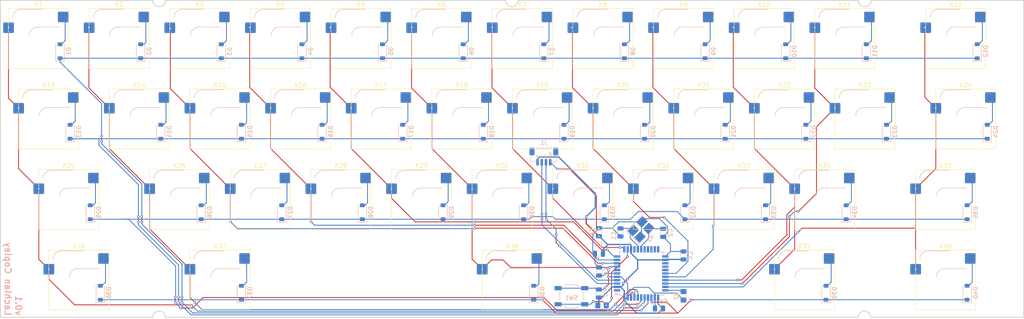
<source format=kicad_pcb>
(kicad_pcb (version 20240108) (generator "pcbnew") (generator_version "8.0")
  (layers (0 "F.Cu" signal) (31 "B.Cu" signal) (34 "B.Paste" user) (35 "F.Paste" user) (36 "B.SilkS" user "B.Silkscreen") (37 "F.SilkS" user "F.Silkscreen") (38 "B.Mask" user) (39 "F.Mask" user) (44 "Edge.Cuts" user))
  (net 0 "")
  (net 1 "Net-(U1-XTAL1)")
  (net 2 "GND")
  (net 3 "Net-(U1-XTAL2)")
  (net 4 "VCC")
  (net 5 "Net-(U1-UCap)")
  (net 6 "Net-(D1-Pad2)")
  (net 7 "Net-(D2-Pad2)")
  (net 8 "Net-(D3-Pad2)")
  (net 9 "Net-(D4-Pad2)")
  (net 10 "Net-(D5-Pad2)")
  (net 11 "Net-(D6-Pad2)")
  (net 12 "Net-(D7-Pad2)")
  (net 13 "Net-(D8-Pad2)")
  (net 14 "Net-(D9-Pad2)")
  (net 15 "Net-(D10-Pad2)")
  (net 16 "Net-(D11-Pad2)")
  (net 17 "Net-(D12-Pad2)")
  (net 18 "Net-(D13-Pad2)")
  (net 19 "Net-(D14-Pad2)")
  (net 20 "Net-(D15-Pad2)")
  (net 21 "Net-(D16-Pad2)")
  (net 22 "Net-(D17-Pad2)")
  (net 23 "Net-(D18-Pad2)")
  (net 24 "Net-(D19-Pad2)")
  (net 25 "Net-(D20-Pad2)")
  (net 26 "Net-(D21-Pad2)")
  (net 27 "Net-(D22-Pad2)")
  (net 28 "Net-(D23-Pad2)")
  (net 29 "Net-(D24-Pad2)")
  (net 30 "Net-(D25-Pad2)")
  (net 31 "Net-(D26-Pad2)")
  (net 32 "Net-(D27-Pad2)")
  (net 33 "Net-(D28-Pad2)")
  (net 34 "Net-(D29-Pad2)")
  (net 35 "Net-(D30-Pad2)")
  (net 36 "Net-(D31-Pad2)")
  (net 37 "Net-(D32-Pad2)")
  (net 38 "Net-(D33-Pad2)")
  (net 39 "Net-(D34-Pad2)")
  (net 40 "Net-(D35-Pad2)")
  (net 41 "Net-(D36-Pad2)")
  (net 42 "Net-(D37-Pad2)")
  (net 43 "Net-(D38-Pad2)")
  (net 44 "Net-(D39-Pad2)")
  (net 45 "Net-(D40-Pad2)")
  (net 46 "Net-(U1-~{RESET})")
  (net 47 "Net-(U1-~{HWB{slash}PE2})")
  (net 60 "Net-(U1-PB0{slash}SS)")
  (net 61 "Net-(U1-PB1{slash}SCK)")
  (net 62 "Net-(U1-PC6)")
  (net 63 "Net-(U1-PF1)")
  (net 64 "Net-(U1-PF0)")
  (net 65 "Net-(U1-PB2{slash}MOSI)")
  (net 66 "Net-(U1-PB7{slash}~{RTS})")
  (net 67 "Net-(U1-PB4)")
  (net 68 "Net-(U1-PB6)")
  (net 69 "Net-(U1-PC7)")
  (net 70 "Net-(U1-PF4)")
  (net 71 "Net-(U1-PF5)")
  (net 72 "Net-(U1-PF6)")
  (net 73 "Net-(U1-PF7)")
  (net 74 "Net-(U1-PB5)")
  (net 75 "Net-(U1-PB3{slash}MISO)")
  (net 76 "Net-(J2-Pin_2)")
  (net 77 "Net-(J2-Pin_3)")
  (footprint "PCM_Switch_Keyboard_Hotswap_Kailh:SW_Hotswap_Kailh_MX" (layer "F.Cu") (at 252.4125 76.2)
    (property "Reference" "K35")
    (property "Value" "KEYSW")
  )
  (footprint "PCM_Switch_Keyboard_Hotswap_Kailh:SW_Hotswap_Kailh_MX" (layer "F.Cu") (at 228.6 38.1)
    (property "Reference" "K11")
    (property "Value" "KEYSW")
  )
  (footprint "PCM_Switch_Keyboard_Hotswap_Kailh:SW_Hotswap_Kailh_MX" (layer "F.Cu") (at 233.3625 57.15)
    (property "Reference" "K23")
    (property "Value" "KEYSW")
  )
  (footprint "PCM_Switch_Keyboard_Hotswap_Kailh:SW_Hotswap_Kailh_MX" (layer "F.Cu") (at 71.4375 76.2)
    (property "Reference" "K26")
    (property "Value" "KEYSW")
  )
  (footprint "PCM_Switch_Keyboard_Hotswap_Kailh:SW_Hotswap_Kailh_MX" (layer "F.Cu") (at 100.0125 57.15)
    (property "Reference" "K16")
    (property "Value" "KEYSW")
  )
  (footprint "PCM_Switch_Keyboard_Hotswap_Kailh:SW_Hotswap_Kailh_MX" (layer "F.Cu") (at 90.4875 76.2)
    (property "Reference" "K27")
    (property "Value" "KEYSW")
  )
  (footprint "PCM_Switch_Keyboard_Hotswap_Kailh:SW_Hotswap_Kailh_MX" (layer "F.Cu") (at 252.4125 95.25)
    (property "Reference" "K40")
    (property "Value" "KEYSW")
  )
  (footprint "PCM_Switch_Keyboard_Hotswap_Kailh:SW_Hotswap_Kailh_MX" (layer "F.Cu") (at 214.3125 57.15)
    (property "Reference" "K22")
    (property "Value" "KEYSW")
  )
  (footprint "PCM_Switch_Keyboard_Hotswap_Kailh:SW_Hotswap_Kailh_MX" (layer "F.Cu") (at 76.2 38.1)
    (property "Reference" "K3")
    (property "Value" "KEYSW")
  )
  (footprint "PCM_Switch_Keyboard_Hotswap_Kailh:SW_Hotswap_Kailh_MX" (layer "F.Cu") (at 95.25 38.1)
    (property "Reference" "K4")
    (property "Value" "KEYSW")
  )
  (footprint "PCM_Switch_Keyboard_Hotswap_Kailh:SW_Hotswap_Kailh_MX" (layer "F.Cu") (at 80.9625 57.15)
    (property "Reference" "K15")
    (property "Value" "KEYSW")
  )
  (footprint "PCM_Switch_Keyboard_Hotswap_Kailh:SW_Hotswap_Kailh_MX" (layer "F.Cu") (at 133.35 38.1)
    (property "Reference" "K6")
    (property "Value" "KEYSW")
  )
  (footprint "PCM_Switch_Keyboard_Hotswap_Kailh:SW_Hotswap_Kailh_MX" (layer "F.Cu") (at 147.6375 76.2)
    (property "Reference" "K30")
    (property "Value" "KEYSW")
  )
  (footprint "PCM_Switch_Keyboard_Hotswap_Kailh:SW_Hotswap_Kailh_MX" (layer "F.Cu") (at 40.48125 57.15)
    (property "Reference" "K13")
    (property "Value" "KEYSW")
  )
  (footprint "PCM_Switch_Keyboard_Hotswap_Kailh:SW_Hotswap_Kailh_MX" (layer "F.Cu") (at 109.5375 76.2)
    (property "Reference" "K28")
    (property "Value" "KEYSW")
  )
  (footprint "PCM_Switch_Keyboard_Hotswap_Kailh:SW_Hotswap_Kailh_MX" (layer "F.Cu") (at 209.55 38.1)
    (property "Reference" "K10")
    (property "Value" "KEYSW")
  )
  (footprint "PCM_Switch_Keyboard_Hotswap_Kailh:SW_Hotswap_Kailh_MX" (layer "F.Cu") (at 114.3 38.1)
    (property "Reference" "K5")
    (property "Value" "KEYSW")
  )
  (footprint "PCM_Switch_Keyboard_Hotswap_Kailh:SW_Hotswap_Kailh_MX" (layer "F.Cu") (at 150.01875 95.25)
    (property "Reference" "K38")
    (property "Value" "KEYSW")
  )
  (footprint "PCM_Switch_Keyboard_Hotswap_Kailh:SW_Hotswap_Kailh_MX" (layer "F.Cu") (at 38.1 38.1)
    (property "Reference" "K1")
    (property "Value" "KEYSW")
  )
  (footprint "PCM_Switch_Keyboard_Hotswap_Kailh:SW_Hotswap_Kailh_MX" (layer "F.Cu") (at 204.7875 76.2)
    (property "Reference" "K33")
    (property "Value" "KEYSW")
  )
  (footprint "PCM_Switch_Keyboard_Hotswap_Kailh:SW_Hotswap_Kailh_MX" (layer "F.Cu") (at 80.9625 95.25)
    (property "Reference" "K37")
    (property "Value" "KEYSW")
  )
  (footprint "PCM_Switch_Keyboard_Hotswap_Kailh:SW_Hotswap_Kailh_MX" (layer "F.Cu") (at 190.5 38.1)
    (property "Reference" "K9")
    (property "Value" "KEYSW")
  )
  (footprint "PCM_Switch_Keyboard_Hotswap_Kailh:SW_Hotswap_Kailh_MX" (layer "F.Cu") (at 128.5875 76.2)
    (property "Reference" "K29")
    (property "Value" "KEYSW")
  )
  (footprint "PCM_Switch_Keyboard_Hotswap_Kailh:SW_Hotswap_Kailh_MX" (layer "F.Cu") (at 138.1125 57.15)
    (property "Reference" "K18")
    (property "Value" "KEYSW")
  )
  (footprint "PCM_Switch_Keyboard_Hotswap_Kailh:SW_Hotswap_Kailh_MX" (layer "F.Cu") (at 157.1625 57.15)
    (property "Reference" "K19")
    (property "Value" "KEYSW")
  )
  (footprint "PCM_Switch_Keyboard_Hotswap_Kailh:SW_Hotswap_Kailh_MX" (layer "F.Cu") (at 257.175 57.15)
    (property "Reference" "K24")
    (property "Value" "KEYSW")
  )
  (footprint "PCM_Switch_Keyboard_Hotswap_Kailh:SW_Hotswap_Kailh_MX" (layer "F.Cu") (at 195.2625 57.15)
    (property "Reference" "K21")
    (property "Value" "KEYSW")
  )
  (footprint "PCM_Switch_Keyboard_Hotswap_Kailh:SW_Hotswap_Kailh_MX" (layer "F.Cu") (at 166.6875 76.2)
    (property "Reference" "K31")
    (property "Value" "KEYSW")
  )
  (footprint "PCM_Switch_Keyboard_Hotswap_Kailh:SW_Hotswap_Kailh_MX" (layer "F.Cu") (at 185.7375 76.2)
    (property "Reference" "K32")
    (property "Value" "KEYSW")
  )
  (footprint "PCM_Switch_Keyboard_Hotswap_Kailh:SW_Hotswap_Kailh_MX" (layer "F.Cu") (at 254.79375 38.1)
    (property "Reference" "K12")
    (property "Value" "KEYSW")
  )
  (footprint "PCM_Switch_Keyboard_Hotswap_Kailh:SW_Hotswap_Kailh_MX" (layer "F.Cu") (at 47.625 95.25)
    (property "Reference" "K36")
    (property "Value" "KEYSW")
  )
  (footprint "PCM_Switch_Keyboard_Hotswap_Kailh:SW_Hotswap_Kailh_MX" (layer "F.Cu") (at 223.8375 76.2)
    (property "Reference" "K34")
    (property "Value" "KEYSW")
  )
  (footprint "PCM_Switch_Keyboard_Hotswap_Kailh:SW_Hotswap_Kailh_MX" (layer "F.Cu") (at 61.9125 57.15)
    (property "Reference" "K14")
    (property "Value" "KEYSW")
  )
  (footprint "PCM_Switch_Keyboard_Hotswap_Kailh:SW_Hotswap_Kailh_MX" (layer "F.Cu") (at 152.4 38.1)
    (property "Reference" "K7")
    (property "Value" "KEYSW")
  )
  (footprint "PCM_Switch_Keyboard_Hotswap_Kailh:SW_Hotswap_Kailh_MX" (layer "F.Cu") (at 219.075 95.25)
    (property "Reference" "K39")
    (property "Value" "KEYSW")
  )
  (footprint "PCM_Switch_Keyboard_Hotswap_Kailh:SW_Hotswap_Kailh_MX" (layer "F.Cu") (at 119.0625 57.15)
    (property "Reference" "K17")
    (property "Value" "KEYSW")
  )
  (footprint "PCM_Switch_Keyboard_Hotswap_Kailh:SW_Hotswap_Kailh_MX" (layer "F.Cu") (at 176.2125 57.15)
    (property "Reference" "K20")
    (property "Value" "KEYSW")
  )
  (footprint "PCM_Switch_Keyboard_Hotswap_Kailh:SW_Hotswap_Kailh_MX" (layer "F.Cu") (at 57.15 38.1)
    (property "Reference" "K2")
    (property "Value" "KEYSW")
  )
  (footprint "PCM_Switch_Keyboard_Hotswap_Kailh:SW_Hotswap_Kailh_MX" (layer "F.Cu") (at 171.45 38.1)
    (property "Reference" "K8")
    (property "Value" "KEYSW")
  )
  (footprint "PCM_Switch_Keyboard_Hotswap_Kailh:SW_Hotswap_Kailh_MX" (layer "F.Cu") (at 45.24375 76.2)
    (property "Reference" "K25")
    (property "Value" "KEYSW")
  )
  (footprint "Diode_SMD:D_SOD-123" (layer "B.Cu") (at 62.23 41.13 90)
    (property "Reference" "D2")
    (property "Value" "D")
  )
  (footprint "Diode_SMD:D_SOD-123" (layer "B.Cu") (at 259.87375 41.13 90)
    (property "Reference" "D12")
    (property "Value" "D")
  )
  (footprint "Capacitor_SMD:C_0805_2012Metric" (layer "B.Cu") (at 190.5 89.45 90)
    (property "Reference" "C4")
    (property "Value" "0.1u")
  )
  (footprint "Diode_SMD:D_SOD-123" (layer "B.Cu") (at 219.3925 60.18 90)
    (property "Reference" "D22")
    (property "Value" "D")
  )
  (footprint "Diode_SMD:D_SOD-123" (layer "B.Cu") (at 124.1425 60.18 90)
    (property "Reference" "D17")
    (property "Value" "D")
  )
  (footprint "Diode_SMD:D_SOD-123" (layer "B.Cu") (at 133.6675 79.23 90)
    (property "Reference" "D29")
    (property "Value" "D")
  )
  (footprint "Diode_SMD:D_SOD-123" (layer "B.Cu") (at 95.5675 79.23 90)
    (property "Reference" "D27")
    (property "Value" "D")
  )
  (footprint "Diode_SMD:D_SOD-123" (layer "B.Cu") (at 45.56125 60.18 90)
    (property "Reference" "D13")
    (property "Value" "D")
  )
  (footprint "Resistor_SMD:R_0805_2012Metric_Pad1.20x1.40mm_HandSolder" (layer "B.Cu") (at 190.5 99 -90)
    (property "Reference" "R2")
    (property "Value" "10K")
  )
  (footprint "Diode_SMD:D_SOD-123" (layer "B.Cu") (at 81.28 41.13 90)
    (property "Reference" "D3")
    (property "Value" "D")
  )
  (footprint "Capacitor_SMD:C_0805_2012Metric" (layer "B.Cu") (at 184.7 102 180)
    (property "Reference" "C3")
    (property "Value" "0.1u")
  )
  (footprint "Diode_SMD:D_SOD-123" (layer "B.Cu") (at 238.4425 60.18 90)
    (property "Reference" "D23")
    (property "Value" "D")
  )
  (footprint "Diode_SMD:D_SOD-123" (layer "B.Cu") (at 176.53 41.13 90)
    (property "Reference" "D8")
    (property "Value" "D")
  )
  (footprint "Diode_SMD:D_SOD-123" (layer "B.Cu") (at 52.705 98.28 90)
    (property "Reference" "D36")
    (property "Value" "D")
  )
  (footprint "Diode_SMD:D_SOD-123" (layer "B.Cu") (at 50.32375 79.23 90)
    (property "Reference" "D25")
    (property "Value" "D")
  )
  (footprint "Diode_SMD:D_SOD-123" (layer "B.Cu") (at 43.18 41.13 90)
    (property "Reference" "D1")
    (property "Value" "D")
  )
  (footprint "Diode_SMD:D_SOD-123" (layer "B.Cu") (at 233.68 41.13 90)
    (property "Reference" "D11")
    (property "Value" "D")
  )
  (footprint "Crystals.pretty-master:Crystal_SMD_SeikoEpson_FA238-4pin_3.2x2.5mm_HandSoldering" (layer "B.Cu") (at 180.447487 83.297487 45)
    (property "Reference" "X1")
    (property "Value" "XTAL_GND")
  )
  (footprint "Diode_SMD:D_SOD-123" (layer "B.Cu") (at 138.43 41.13 90)
    (property "Reference" "D6")
    (property "Value" "D")
  )
  (footprint "Diode_SMD:D_SOD-123" (layer "B.Cu") (at 162.2425 60.18 90)
    (property "Reference" "D19")
    (property "Value" "D")
  )
  (footprint "Diode_SMD:D_SOD-123" (layer "B.Cu") (at 209.8675 79.23 90)
    (property "Reference" "D33")
    (property "Value" "D")
  )
  (footprint "Diode_SMD:D_SOD-123" (layer "B.Cu") (at 66.9925 60.18 90)
    (property "Reference" "D14")
    (property "Value" "D")
  )
  (footprint "Diode_SMD:D_SOD-123" (layer "B.Cu") (at 105.0925 60.18 90)
    (property "Reference" "D16")
    (property "Value" "D")
  )
  (footprint "Diode_SMD:D_SOD-123" (layer "B.Cu") (at 200.3425 60.18 90)
    (property "Reference" "D21")
    (property "Value" "D")
  )
  (footprint "Connector_JST:JST_SH_BM04B-SRSS-TB_1x04-1MP_P1.00mm_Vertical" (layer "B.Cu") (at 157.5 66.075 180)
    (property "Reference" "J1")
    (property "Value" "JST SH 1.0 (USB)")
  )
  (footprint "Diode_SMD:D_SOD-123" (layer "B.Cu") (at 228.9175 79.23 90)
    (property "Reference" "D34")
    (property "Value" "D")
  )
  (footprint "Diode_SMD:D_SOD-123" (layer "B.Cu") (at 181.2925 60.18 90)
    (property "Reference" "D20")
    (property "Value" "D")
  )
  (footprint "Diode_SMD:D_SOD-123" (layer "B.Cu") (at 257.4925 79.23 90)
    (property "Reference" "D35")
    (property "Value" "D")
  )
  (footprint "Diode_SMD:D_SOD-123" (layer "B.Cu") (at 224.155 98.28 90)
    (property "Reference" "D39")
    (property "Value" "D")
  )
  (footprint "Diode_SMD:D_SOD-123" (layer "B.Cu") (at 195.58 41.13 90)
    (property "Reference" "D9")
    (property "Value" "D")
  )
  (footprint "Diode_SMD:D_SOD-123" (layer "B.Cu") (at 257.4925 98.28 90)
    (property "Reference" "D40")
    (property "Value" "D")
  )
  (footprint "Capacitor_SMD:C_0805_2012Metric" (layer "B.Cu") (at 170.5 89.05 180)
    (property "Reference" "C5")
    (property "Value" "0.1u")
  )
  (footprint "Capacitor_SMD:C_0805_2012Metric" (layer "B.Cu") (at 170.5 98.45 90)
    (property "Reference" "C7")
    (property "Value" "4.7u")
  )
  (footprint "Diode_SMD:D_SOD-123" (layer "B.Cu") (at 171.7675 79.23 90)
    (property "Reference" "D31")
    (property "Value" "D")
  )
  (footprint "Diode_SMD:D_SOD-123" (layer "B.Cu") (at 86.0425 98.28 90)
    (property "Reference" "D37")
    (property "Value" "D")
  )
  (footprint "Package_QFP:TQFP-44_10x10mm_P0.8mm" (layer "B.Cu") (at 180.5 93.7)
    (property "Reference" "U1")
    (property "Value" "ATMEGA32U4")
  )
  (footprint "Diode_SMD:D_SOD-123" (layer "B.Cu") (at 214.63 41.13 90)
    (property "Reference" "D10")
    (property "Value" "D")
  )
  (footprint "Diode_SMD:D_SOD-123" (layer "B.Cu") (at 76.5175 79.23 90)
    (property "Reference" "D26")
    (property "Value" "D")
  )
  (footprint "Diode_SMD:D_SOD-123" (layer "B.Cu") (at 155.09875 98.28 90)
    (property "Reference" "D38")
    (property "Value" "D")
  )
  (footprint "Button_Switch_SMD:SW_SPST_TL3342" (layer "B.Cu") (at 164 99.1 180)
    (property "Reference" "SW1")
    (property "Value" "SW_PUSH")
  )
  (footprint "Diode_SMD:D_SOD-123" (layer "B.Cu") (at 114.6175 79.23 90)
    (property "Reference" "D28")
    (property "Value" "D")
  )
  (footprint "Capacitor_SMD:C_0805_2012Metric" (layer "B.Cu") (at 170.5 83.95 90)
    (property "Reference" "C6")
    (property "Value" "0.1u")
  )
  (footprint "Capacitor_SMD:C_0805_2012Metric" (layer "B.Cu") (at 170.55 93.25 90)
    (property "Reference" "C8")
    (property "Value" "1u")
  )
  (footprint "Diode_SMD:D_SOD-123" (layer "B.Cu") (at 119.38 41.13 90)
    (property "Reference" "D5")
    (property "Value" "D")
  )
  (footprint "Diode_SMD:D_SOD-123" (layer "B.Cu") (at 262.255 60.18 90)
    (property "Reference" "D24")
    (property "Value" "D")
  )
  (footprint "Capacitor_SMD:C_0805_2012Metric" (layer "B.Cu") (at 185.687437 84.1 -90)
    (property "Reference" "C2")
    (property "Value" "22p")
  )
  (footprint "Diode_SMD:D_SOD-123" (layer "B.Cu") (at 190.8175 79.23 90)
    (property "Reference" "D32")
    (property "Value" "D")
  )
  (footprint "Diode_SMD:D_SOD-123" (layer "B.Cu") (at 100.33 41.13 90)
    (property "Reference" "D4")
    (property "Value" "D")
  )
  (footprint "Diode_SMD:D_SOD-123" (layer "B.Cu") (at 157.48 41.13 90)
    (property "Reference" "D7")
    (property "Value" "D")
  )
  (footprint "Diode_SMD:D_SOD-123" (layer "B.Cu") (at 143.1925 60.18 90)
    (property "Reference" "D18")
    (property "Value" "D")
  )
  (footprint "Diode_SMD:D_SOD-123" (layer "B.Cu") (at 86.0425 60.18 90)
    (property "Reference" "D15")
    (property "Value" "D")
  )
  (footprint "Diode_SMD:D_SOD-123" (layer "B.Cu") (at 152.7175 79.23 90)
    (property "Reference" "D30")
    (property "Value" "D")
  )
  (footprint "Resistor_SMD:R_0805_2012Metric_Pad1.20x1.40mm_HandSolder" (layer "B.Cu") (at 171.25 101.25)
    (property "Reference" "R1")
    (property "Value" "10K")
  )
  (footprint "Capacitor_SMD:C_0805_2012Metric" (layer "B.Cu") (at 175.6 84 -90)
    (property "Reference" "C1")
    (property "Value" "22p")
  )
  (gr_line (start 29.1 104.1) (end 29.1 29.1) (stroke (width 0.2)) (layer "Edge.Cuts"))
  (gr_line (start 29.1 104.1) (end 65.1 104.1) (stroke (width 0.2)) (layer "Edge.Cuts"))
  (gr_arc (start 151.45 29.1) (mid 149.95 30.6) (end 148.45 29.1) (stroke (width 0.2)) (layer "Edge.Cuts"))
  (gr_arc (start 231.75 104.1) (mid 233.25 102.6) (end 234.75 104.1) (stroke (width 0.2)) (layer "Edge.Cuts"))
  (gr_arc (start 68.1 29.1) (mid 66.6 30.6) (end 65.1 29.1) (stroke (width 0.2)) (layer "Edge.Cuts"))
  (gr_line (start 270.85 29.1) (end 234.8 29.1) (stroke (width 0.2)) (layer "Edge.Cuts"))
  (gr_arc (start 234.8 29.1) (mid 233.3 30.6) (end 231.8 29.1) (stroke (width 0.2)) (layer "Edge.Cuts"))
  (gr_arc (start 65.1 104.1) (mid 66.6 102.6) (end 68.1 104.1) (stroke (width 0.2)) (layer "Edge.Cuts"))
  (gr_line (start 29.1 29.1) (end 65.1 29.1) (stroke (width 0.2)) (layer "Edge.Cuts"))
  (gr_line (start 68.1 104.1) (end 231.75 104.1) (stroke (width 0.2)) (layer "Edge.Cuts"))
  (gr_line (start 231.8 29.1) (end 151.45 29.1) (stroke (width 0.2)) (layer "Edge.Cuts"))
  (gr_line (start 270.85 104.1) (end 234.75 104.1) (stroke (width 0.2)) (layer "Edge.Cuts"))
  (gr_line (start 148.45 29.1) (end 68.1 29.1) (stroke (width 0.2)) (layer "Edge.Cuts"))
  (gr_line (start 270.85 104.1) (end 270.85 29.1) (stroke (width 0.2)) (layer "Edge.Cuts"))
  (gr_text "v0.1" (at 32.5 103.85 -90) (layer "B.SilkS") (effects (font (size 1.5 1.5) (thickness 0.3) (bold yes)) (justify left bottom mirror)))
  (gr_text "Lachlan Copley" (at 30 103.85 -90) (layer "B.SilkS") (effects (font (size 1.5 1.5) (thickness 0.3) (bold yes)) (justify left bottom mirror)))
  (segment (start 179.7 87.175) (end 179.7 88) (width 0.2) (layer "B.Cu") (net 1))
  (segment (start 178.644365 83.544974) (end 177.901903 84.287436) (width 0.2) (layer "B.Cu") (net 1))
  (segment (start 175.6 83.05) (end 178.149391 83.05) (width 0.2) (layer "B.Cu") (net 1))
  (segment (start 179.823654 87.876346) (end 179.7 88) (width 0.2) (layer "B.Cu") (net 1))
  (segment (start 177.901903 84.287436) (end 177.901903 85.376903) (width 0.2) (layer "B.Cu") (net 1))
  (segment (start 178.998782 83.05) (end 179.299391 83.350609) (width 0.2) (layer "B.Cu") (net 1))
  (segment (start 177.901903 85.376903) (end 179.7 87.175) (width 0.2) (layer "B.Cu") (net 1))
  (segment (start 178.149391 83.05) (end 178.644365 83.544974) (width 0.2) (layer "B.Cu") (net 1))
  (segment (start 179.7 88) (end 179.547918 87.847918) (width 0.2) (layer "B.Cu") (net 1))
  (segment (start 172.75 96.301473) (end 172.75 94.5) (width 0.2) (layer "F.Cu") (net 2))
  (segment (start 171.951473 97.1) (end 172.75 96.301473) (width 0.2) (layer "F.Cu") (net 2))
  (segment (start 169.9 75.35) (end 169.9 80.45) (width 0.2) (layer "F.Cu") (net 2))
  (segment (start 169.9 80.28) (end 169.9 80.25) (width 0.2) (layer "F.Cu") (net 2))
  (segment (start 169.9 80.28) (end 169.9 80.45) (width 0.2) (layer "F.Cu") (net 2))
  (segment (start 172.75 93) (end 172.75 94.5) (width 0.2) (layer "F.Cu") (net 2))
  (segment (start 169.9 80.45) (end 169.9 82.4) (width 0.2) (layer "F.Cu") (net 2))
  (segment (start 169.9 82.4) (end 170.5 83) (width 0.2) (layer "F.Cu") (net 2))
  (segment (start 163.55 69) (end 169.9 75.35) (width 0.2) (layer "F.Cu") (net 2))
  (segment (start 160.75 69) (end 163.55 69) (width 0.2) (layer "F.Cu") (net 2))
  (via (at 172.75 93) (size 0.6) (drill 0.3) (layers "F.Cu" "B.Cu") (net 2))
  (via (at 170.5 83) (size 0.6) (drill 0.3) (layers "F.Cu" "B.Cu") (net 2))
  (via (at 172.75 94.5) (size 0.6) (drill 0.3) (layers "F.Cu" "B.Cu") (net 2))
  (via (at 160.75 69) (size 0.6) (drill 0.3) (layers "F.Cu" "B.Cu") (net 2))
  (via (at 171.951473 97.1) (size 0.6) (drill 0.3) (layers "F.Cu" "B.Cu") (net 2))
  (segment (start 160.85 97.2) (end 167.15 97.2) (width 0.2) (layer "B.Cu") (net 2))
  (segment (start 187.4 86.762563) (end 187.4 88.5) (width 0.2) (layer "B.Cu") (net 2))
  (segment (start 169.55 89.05) (end 169.55 91.3) (width 0.2) (layer "B.Cu") (net 2))
  (segment (start 170.5 97.5) (end 171.551473 97.5) (width 0.2) (layer "B.Cu") (net 2))
  (segment (start 175.75 94.5) (end 174.8 94.5) (width 0.2) (layer "B.Cu") (net 2))
  (segment (start 160.85 96.975) (end 160.85 97.2) (width 0.2) (layer "B.Cu") (net 2))
  (segment (start 170.5 83) (end 173.65 83) (width 0.2) (layer "B.Cu") (net 2))
  (segment (start 185.687437 85.05) (end 187.4 86.762563) (width 0.2) (layer "B.Cu") (net 2))
  (segment (start 175.155635 81.494365) (end 180.694974 81.494365) (width 0.2) (layer "B.Cu") (net 2))
  (segment (start 190.5 88.5) (end 187.4 88.5) (width 0.2) (layer "B.Cu") (net 2))
  (segment (start 172.75 94.5) (end 174.8 94.5) (width 0.2) (layer "B.Cu") (net 2))
  (segment (start 170.5 97.5) (end 170 97.5) (width 0.2) (layer "B.Cu") (net 2))
  (segment (start 177.3 99.4) (end 177.3 96.05) (width 0.2) (layer "B.Cu") (net 2))
  (segment (start 182.25 97) (end 178.8 97) (width 0.2) (layer "B.Cu") (net 2))
  (segment (start 180.078858 84.728858) (end 180.450609 85.100609) (width 0.2) (layer "B.Cu") (net 2))
  (segment (start 173.65 83) (end 175.6 84.95) (width 0.2) (layer "B.Cu") (net 2))
  (segment (start 160.75 69) (end 160.6 69) (width 0.2) (layer "B.Cu") (net 2))
  (segment (start 181.437436 80.751903) (end 180.694974 81.494365) (width 0.2) (layer "B.Cu") (net 2))
  (segment (start 179.955635 81.494365) (end 180.078858 81.617588) (width 0.2) (layer "B.Cu") (net 2))
  (segment (start 185.687437 85.05) (end 186.712437 84.025) (width 0.2) (layer "B.Cu") (net 2))
  (segment (start 180.694974 81.494974) (end 180.571751 81.618197) (width 0.2) (layer "B.Cu") (net 2))
  (segment (start 184.799084 80.751903) (end 181.437436 80.751903) (width 0.2) (layer "B.Cu") (net 2))
  (segment (start 173.65 83) (end 175.155635 81.494365) (width 0.2) (layer "B.Cu") (net 2))
  (segment (start 169.7 97.2) (end 167.15 97.2) (width 0.2) (layer "B.Cu") (net 2))
  (segment (start 190.5 100) (end 188.85 98.35) (width 0.2) (layer "B.Cu") (net 2))
  (segment (start 177.3 98.5) (end 177.3 99.4) (width 0.2) (layer "B.Cu") (net 2))
  (segment (start 169.55 91.3) (end 170.55 92.3) (width 0.2) (layer "B.Cu") (net 2))
  (segment (start 183.7 101.95) (end 183.75 102) (width 0.2) (layer "B.Cu") (net 2))
  (segment (start 180.694974 81.494365) (end 180.694974 81.494974) (width 0.2) (layer "B.Cu") (net 2))
  (segment (start 177.3 96.05) (end 175.75 94.5) (width 0.2) (layer "B.Cu") (net 2))
  (segment (start 170.5 83) (end 169.050062 84.449938) (width 0.2) (layer "B.Cu") (net 2))
  (segment (start 160.6 69) (end 159 67.4) (width 0.2) (layer "B.Cu") (net 2))
  (segment (start 180.571751 84.728858) (end 180.2 85.100609) (width 0.2) (layer "B.Cu") (net 2))
  (segment (start 172.05 92.3) (end 172.75 93) (width 0.2) (layer "B.Cu") (net 2))
  (segment (start 183.75 102) (end 183.75 99.45) (width 0.2) (layer "B.Cu") (net 2))
  (segment (start 186.712437 82.665256) (end 184.799084 80.751903) (width 0.2) (layer "B.Cu") (net 2))
  (segment (start 169.050062 84.449938) (end 169.050062 88.550062) (width 0.2) (layer "B.Cu") (net 2))
  (segment (start 180.571751 81.618197) (end 180.571751 84.728858) (width 0.2) (layer "B.Cu") (net 2))
  (segment (start 186.712437 84.025) (end 186.712437 82.665256) (width 0.2) (layer "B.Cu") (net 2))
  (segment (start 178.8 97) (end 177.3 98.5) (width 0.2) (layer "B.Cu") (net 2))
  (segment (start 183.7 98.45) (end 182.25 97) (width 0.2) (layer "B.Cu") (net 2))
  (segment (start 188.85 98.35) (end 183.8 98.35) (width 0.2) (layer "B.Cu") (net 2))
  (segment (start 170 97.5) (end 169.7 97.2) (width 0.2) (layer "B.Cu") (net 2))
  (segment (start 170.55 92.3) (end 172.05 92.3) (width 0.2) (layer "B.Cu") (net 2))
  (segment (start 179.832412 81.371142) (end 179.955635 81.494365) (width 0.2) (layer "B.Cu") (net 2))
  (segment (start 183.7 99.4) (end 183.7 98.45) (width 0.2) (layer "B.Cu") (net 2))
  (segment (start 183.75 99.45) (end 183.7 99.4) (width 0.2) (layer "B.Cu") (net 2))
  (segment (start 180.978249 84.783021) (end 180.855026 84.906244) (width 0.2) (layer "B.Cu") (net 2))
  (segment (start 183.8 98.35) (end 183.7 98.45) (width 0.2) (layer "B.Cu") (net 2))
  (segment (start 187.4 88.5) (end 186.2 89.7) (width 0.2) (layer "B.Cu") (net 2))
  (segment (start 171.551473 97.5) (end 171.951473 97.1) (width 0.2) (layer "B.Cu") (net 2))
  (segment (start 169.050062 88.550062) (end 169.55 89.05) (width 0.2) (layer "B.Cu") (net 2))
  (segment (start 180.5 87.175) (end 180.5 88) (width 0.2) (layer "B.Cu") (net 3))
  (segment (start 182.250609 83.05) (end 182.250609 85.424391) (width 0.2) (layer "B.Cu") (net 3))
  (segment (start 182.250609 85.424391) (end 180.5 87.175) (width 0.2) (layer "B.Cu") (net 3))
  (segment (start 185.687437 83.15) (end 182.350609 83.15) (width 0.2) (layer "B.Cu") (net 3))
  (segment (start 167.5 81.9) (end 170.5 84.9) (width 0.3) (layer "F.Cu") (net 4))
  (segment (start 167.5 80.28) (end 167.5 81.9) (width 0.3) (layer "F.Cu") (net 4))
  (segment (start 177.25 95) (end 176.25 96) (width 0.3) (layer "F.Cu") (net 4))
  (via (at 170.5 84.9) (size 0.6) (drill 0.3) (layers "F.Cu" "B.Cu") (net 4))
  (via (at 167.5 80.28) (size 0.6) (drill 0.3) (layers "F.Cu" "B.Cu") (net 4))
  (via (at 176.25 96) (size 0.6) (drill 0.3) (layers "F.Cu" "B.Cu") (net 4))
  (via (at 177.25 95) (size 0.6) (drill 0.3) (layers "F.Cu" "B.Cu") (net 4))
  (segment (start 177.875 86.85) (end 178.1 87.075) (width 0.3) (layer "B.Cu") (net 4))
  (segment (start 172.65 86.85) (end 177.875 86.85) (width 0.3) (layer "B.Cu") (net 4))
  (segment (start 171.15 99.4) (end 173.65 96.9) (width 0.3) (layer "B.Cu") (net 4))
  (segment (start 170.6 84.9) (end 172.55 86.85) (width 0.3) (layer "B.Cu") (net 4))
  (segment (start 172.55 86.95) (end 172.65 86.85) (width 0.3) (layer "B.Cu") (net 4))
  (segment (start 156 67.4) (end 156 66.625001) (width 0.3) (layer "B.Cu") (net 4))
  (segment (start 178.1 88.95) (end 178.1 88) (width 0.3) (layer "B.Cu") (net 4))
  (segment (start 170.5 99.4) (end 170.5 101) (width 0.3) (layer "B.Cu") (net 4))
  (segment (start 170.5 99.4) (end 171.15 99.4) (width 0.3) (layer "B.Cu") (net 4))
  (segment (start 161 66.15) (end 169.65 74.8) (width 0.3) (layer "B.Cu") (net 4))
  (segment (start 185.6 102) (end 185.65 102) (width 0.3) (layer "B.Cu") (net 4))
  (segment (start 179.65 92.6) (end 177.25 95) (width 0.3) (layer "B.Cu") (net 4))
  (segment (start 175.75 96.9) (end 174.8 96.9) (width 0.3) (layer "B.Cu") (net 4))
  (segment (start 169.65 74.8) (end 169.65 78.13) (width 0.3) (layer "B.Cu") (net 4))
  (segment (start 179.45 103.1) (end 184.55 103.1) (width 0.3) (layer "B.Cu") (net 4))
  (segment (start 175.625 96.9) (end 176.5 97.775) (width 0.3) (layer "B.Cu") (net 4))
  (segment (start 176.25 96.4) (end 175.75 96.9) (width 0.3) (layer "B.Cu") (net 4))
  (segment (start 156.475001 66.15) (end 161 66.15) (width 0.3) (layer "B.Cu") (net 4))
  (segment (start 170.5 84.9) (end 170.6 84.9) (width 0.3) (layer "B.Cu") (net 4))
  (segment (start 190.5 90.4) (end 186.3 90.4) (width 0.3) (layer "B.Cu") (net 4))
  (segment (start 169.65 78.13) (end 167.5 80.28) (width 0.3) (layer "B.Cu") (net 4))
  (segment (start 186.2 90.5) (end 179.65 90.5) (width 0.3) (layer "B.Cu") (net 4))
  (segment (start 184.5 99.4) (end 184.5 100.9) (width 0.3) (layer "B.Cu") (net 4))
  (segment (start 176.25 96) (end 176.25 96.4) (width 0.3) (layer "B.Cu") (net 4))
  (segment (start 172.55 86.95) (end 171.45 88.05) (width 0.3) (layer "B.Cu") (net 4))
  (segment (start 170.35 99.25) (end 170.5 99.4) (width 0.2) (layer "B.Cu") (net 4))
  (segment (start 174.8 96.9) (end 175.625 96.9) (width 0.3) (layer "B.Cu") (net 4))
  (segment (start 176.5 99.4) (end 176.5 100.15) (width 0.3) (layer "B.Cu") (net 4))
  (segment (start 179.65 90.5) (end 179.65 92.6) (width 0.3) (layer "B.Cu") (net 4))
  (segment (start 176.5 97.775) (end 176.5 99.4) (width 0.3) (layer "B.Cu") (net 4))
  (segment (start 184.55 103.1) (end 185.65 102) (width 0.3) (layer "B.Cu") (net 4))
  (segment (start 179.65 90.5) (end 178.1 88.95) (width 0.3) (layer "B.Cu") (net 4))
  (segment (start 172.55 86.85) (end 172.55 86.95) (width 0.3) (layer "B.Cu") (net 4))
  (segment (start 170.5 101) (end 170.25 101.25) (width 0.2) (layer "B.Cu") (net 4))
  (segment (start 171.45 88.05) (end 171.45 89.05) (width 0.3) (layer "B.Cu") (net 4))
  (segment (start 156 66.625001) (end 156.475001 66.15) (width 0.3) (layer "B.Cu") (net 4))
  (segment (start 176.5 100.15) (end 179.45 103.1) (width 0.3) (layer "B.Cu") (net 4))
  (segment (start 173.65 96.9) (end 174.8 96.9) (width 0.3) (layer "B.Cu") (net 4))
  (segment (start 184.5 100.9) (end 185.6 102) (width 0.3) (layer "B.Cu") (net 4))
  (segment (start 178.1 87.075) (end 178.1 88) (width 0.3) (layer "B.Cu") (net 4))
  (segment (start 186.3 90.4) (end 186.2 90.5) (width 0.2) (layer "B.Cu") (net 4))
  (segment (start 171.6 94.2) (end 172.1 93.7) (width 0.2) (layer "B.Cu") (net 5))
  (segment (start 170.55 94.2) (end 171.6 94.2) (width 0.2) (layer "B.Cu") (net 5))
  (segment (start 172.1 93.7) (end 174.8 93.7) (width 0.2) (layer "B.Cu") (net 5))
  (segment (start 44.405 38.607412) (end 43.532412 39.48) (width 0.2) (layer "B.Cu") (net 6))
  (segment (start 43.532412 39.48) (end 43.18 39.48) (width 0.2) (layer "B.Cu") (net 6))
  (segment (start 44.405 33.483) (end 44.405 38.607412) (width 0.2) (layer "B.Cu") (net 6))
  (segment (start 43.942 33.02) (end 44.405 33.483) (width 0.2) (layer "B.Cu") (net 6))
  (segment (start 63.455 33.483) (end 63.455 39.045) (width 0.2) (layer "B.Cu") (net 7))
  (segment (start 62.992 33.02) (end 63.455 33.483) (width 0.2) (layer "B.Cu") (net 7))
  (segment (start 63.455 39.045) (end 63.02 39.48) (width 0.2) (layer "B.Cu") (net 7))
  (segment (start 63.02 39.48) (end 62.23 39.48) (width 0.2) (layer "B.Cu") (net 7))
  (segment (start 82.505 33.483) (end 82.505 38.607412) (width 0.2) (layer "B.Cu") (net 8))
  (segment (start 82.505 38.607412) (end 81.632412 39.48) (width 0.2) (layer "B.Cu") (net 8))
  (segment (start 81.632412 39.48) (end 81.28 39.48) (width 0.2) (layer "B.Cu") (net 8))
  (segment (start 82.042 33.02) (end 82.505 33.483) (width 0.2) (layer "B.Cu") (net 8))
  (segment (start 101.555 38.607412) (end 100.682412 39.48) (width 0.2) (layer "B.Cu") (net 9))
  (segment (start 101.555 33.483) (end 101.555 38.607412) (width 0.2) (layer "B.Cu") (net 9))
  (segment (start 100.682412 39.48) (end 100.33 39.48) (width 0.2) (layer "B.Cu") (net 9))
  (segment (start 101.092 33.02) (end 101.555 33.483) (width 0.2) (layer "B.Cu") (net 9))
  (segment (start 120.605 38.607412) (end 119.732412 39.48) (width 0.2) (layer "B.Cu") (net 10))
  (segment (start 119.732412 39.48) (end 119.38 39.48) (width 0.2) (layer "B.Cu") (net 10))
  (segment (start 120.142 33.02) (end 120.605 33.483) (width 0.2) (layer "B.Cu") (net 10))
  (segment (start 120.605 33.483) (end 120.605 38.607412) (width 0.2) (layer "B.Cu") (net 10))
  (segment (start 138.782412 39.48) (end 138.43 39.48) (width 0.2) (layer "B.Cu") (net 11))
  (segment (start 139.192 33.02) (end 139.655 33.483) (width 0.2) (layer "B.Cu") (net 11))
  (segment (start 139.655 38.607412) (end 138.782412 39.48) (width 0.2) (layer "B.Cu") (net 11))
  (segment (start 139.655 33.483) (end 139.655 38.607412) (width 0.2) (layer "B.Cu") (net 11))
  (segment (start 157.832412 39.48) (end 157.48 39.48) (width 0.2) (layer "B.Cu") (net 12))
  (segment (start 158.242 33.02) (end 158.705 33.483) (width 0.2) (layer "B.Cu") (net 12))
  (segment (start 158.705 33.483) (end 158.705 38.607412) (width 0.2) (layer "B.Cu") (net 12))
  (segment (start 158.705 38.607412) (end 157.832412 39.48) (width 0.2) (layer "B.Cu") (net 12))
  (segment (start 177.755 38.607412) (end 176.882412 39.48) (width 0.2) (layer "B.Cu") (net 13))
  (segment (start 177.292 33.02) (end 177.755 33.483) (width 0.2) (layer "B.Cu") (net 13))
  (segment (start 177.755 33.483) (end 177.755 38.607412) (width 0.2) (layer "B.Cu") (net 13))
  (segment (start 176.882412 39.48) (end 176.53 39.48) (width 0.2) (layer "B.Cu") (net 13))
  (segment (start 196.342 33.02) (end 196.805 33.483) (width 0.2) (layer "B.Cu") (net 14))
  (segment (start 196.805 33.483) (end 196.805 38.607412) (width 0.2) (layer "B.Cu") (net 14))
  (segment (start 196.805 38.607412) (end 195.932412 39.48) (width 0.2) (layer "B.Cu") (net 14))
  (segment (start 195.932412 39.48) (end 195.58 39.48) (width 0.2) (layer "B.Cu") (net 14))
  (segment (start 215.855 38.607412) (end 214.982412 39.48) (width 0.2) (layer "B.Cu") (net 15))
  (segment (start 214.982412 39.48) (end 214.63 39.48) (width 0.2) (layer "B.Cu") (net 15))
  (segment (start 215.392 33.02) (end 215.855 33.483) (width 0.2) (layer "B.Cu") (net 15))
  (segment (start 215.855 33.483) (end 215.855 38.607412) (width 0.2) (layer "B.Cu") (net 15))
  (segment (start 234.032412 39.48) (end 233.68 39.48) (width 0.2) (layer "B.Cu") (net 16))
  (segment (start 234.442 33.02) (end 234.905 33.483) (width 0.2) (layer "B.Cu") (net 16))
  (segment (start 234.905 33.483) (end 234.905 38.607412) (width 0.2) (layer "B.Cu") (net 16))
  (segment (start 234.905 38.607412) (end 234.032412 39.48) (width 0.2) (layer "B.Cu") (net 16))
  (segment (start 261.09875 33.483) (end 261.09875 38.607412) (width 0.2) (layer "B.Cu") (net 17))
  (segment (start 260.63575 33.02) (end 261.09875 33.483) (width 0.2) (layer "B.Cu") (net 17))
  (segment (start 261.09875 38.607412) (end 260.226162 39.48) (width 0.2) (layer "B.Cu") (net 17))
  (segment (start 260.226162 39.48) (end 259.87375 39.48) (width 0.2) (layer "B.Cu") (net 17))
  (segment (start 45.913662 58.53) (end 45.56125 58.53) (width 0.2) (layer "B.Cu") (net 18))
  (segment (start 46.78625 52.533) (end 46.78625 57.657412) (width 0.2) (layer "B.Cu") (net 18))
  (segment (start 46.32325 52.07) (end 46.78625 52.533) (width 0.2) (layer "B.Cu") (net 18))
  (segment (start 46.78625 57.657412) (end 45.913662 58.53) (width 0.2) (layer "B.Cu") (net 18))
  (segment (start 68.2175 52.533) (end 68.2175 57.905) (width 0.2) (layer "B.Cu") (net 19))
  (segment (start 67.7545 52.07) (end 68.2175 52.533) (width 0.2) (layer "B.Cu") (net 19))
  (segment (start 68.2175 57.905) (end 67.5925 58.53) (width 0.2) (layer "B.Cu") (net 19))
  (segment (start 67.5925 58.53) (end 66.9925 58.53) (width 0.2) (layer "B.Cu") (net 19))
  (segment (start 87.2675 52.533) (end 87.2675 57.9825) (width 0.2) (layer "B.Cu") (net 20))
  (segment (start 86.8045 52.07) (end 87.2675 52.533) (width 0.2) (layer "B.Cu") (net 20))
  (segment (start 87.2675 57.9825) (end 86.72 58.53) (width 0.2) (layer "B.Cu") (net 20))
  (segment (start 86.72 58.53) (end 86.0425 58.53) (width 0.2) (layer "B.Cu") (net 20))
  (segment (start 106.3175 52.533) (end 106.3175 57.9325) (width 0.2) (layer "B.Cu") (net 21))
  (segment (start 105.72 58.53) (end 105.0925 58.53) (width 0.2) (layer "B.Cu") (net 21))
  (segment (start 106.3175 57.9325) (end 105.72 58.53) (width 0.2) (layer "B.Cu") (net 21))
  (segment (start 105.8545 52.07) (end 106.3175 52.533) (width 0.2) (layer "B.Cu") (net 21))
  (segment (start 125.3675 52.533) (end 125.3675 57.657412) (width 0.2) (layer "B.Cu") (net 22))
  (segment (start 124.494912 58.53) (end 124.1425 58.53) (width 0.2) (layer "B.Cu") (net 22))
  (segment (start 124.9045 52.07) (end 125.3675 52.533) (width 0.2) (layer "B.Cu") (net 22))
  (segment (start 125.3675 57.657412) (end 124.494912 58.53) (width 0.2) (layer "B.Cu") (net 22))
  (segment (start 144.4175 52.533) (end 144.4175 57.657412) (width 0.2) (layer "B.Cu") (net 23))
  (segment (start 143.9545 52.07) (end 144.4175 52.533) (width 0.2) (layer "B.Cu") (net 23))
  (segment (start 143.544912 58.53) (end 143.1925 58.53) (width 0.2) (layer "B.Cu") (net 23))
  (segment (start 144.4175 57.657412) (end 143.544912 58.53) (width 0.2) (layer "B.Cu") (net 23))
  (segment (start 163.0045 52.07) (end 163.4675 52.533) (width 0.2) (layer "B.Cu") (net 24))
  (segment (start 163.4675 57.657412) (end 162.594912 58.53) (width 0.2) (layer "B.Cu") (net 24))
  (segment (start 162.594912 58.53) (end 162.2425 58.53) (width 0.2) (layer "B.Cu") (net 24))
  (segment (start 163.4675 52.533) (end 163.4675 57.657412) (width 0.2) (layer "B.Cu") (net 24))
  (segment (start 182.5175 52.533) (end 182.5175 57.905) (width 0.2) (layer "B.Cu") (net 25))
  (segment (start 181.8925 58.53) (end 181.2925 58.53) (width 0.2) (layer "B.Cu") (net 25))
  (segment (start 182.5175 57.905) (end 181.8925 58.53) (width 0.2) (layer "B.Cu") (net 25))
  (segment (start 182.0545 52.07) (end 182.5175 52.533) (width 0.2) (layer "B.Cu") (net 25))
  (segment (start 201.5675 52.533) (end 201.5675 57.657412) (width 0.2) (layer "B.Cu") (net 26))
  (segment (start 201.1045 52.07) (end 201.5675 52.533) (width 0.2) (layer "B.Cu") (net 26))
  (segment (start 200.694912 58.53) (end 200.3425 58.53) (width 0.2) (layer "B.Cu") (net 26))
  (segment (start 201.5675 57.657412) (end 200.694912 58.53) (width 0.2) (layer "B.Cu") (net 26))
  (segment (start 220.6175 52.533) (end 220.6175 57.657412) (width 0.2) (layer "B.Cu") (net 27))
  (segment (start 220.1545 52.07) (end 220.6175 52.533) (width 0.2) (layer "B.Cu") (net 27))
  (segment (start 219.744912 58.53) (end 219.3925 58.53) (width 0.2) (layer "B.Cu") (net 27))
  (segment (start 220.6175 57.657412) (end 219.744912 58.53) (width 0.2) (layer "B.Cu") (net 27))
  (segment (start 239.6675 52.533) (end 239.6675 57.657412) (width 0.2) (layer "B.Cu") (net 28))
  (segment (start 239.2045 52.07) (end 239.6675 52.533) (width 0.2) (layer "B.Cu") (net 28))
  (segment (start 239.6675 57.657412) (end 238.794912 58.53) (width 0.2) (layer "B.Cu") (net 28))
  (segment (start 238.794912 58.53) (end 238.4425 58.53) (width 0.2) (layer "B.Cu") (net 28))
  (segment (start 263.48 57.657412) (end 262.607412 58.53) (width 0.2) (layer "B.Cu") (net 29))
  (segment (start 263.017 52.07) (end 263.48 52.533) (width 0.2) (layer "B.Cu") (net 29))
  (segment (start 262.607412 58.53) (end 262.255 58.53) (width 0.2) (layer "B.Cu") (net 29))
  (segment (start 263.48 52.533) (end 263.48 57.657412) (width 0.2) (layer "B.Cu") (net 29))
  (segment (start 51.08575 71.12) (end 51.54875 71.583) (width 0.2) (layer "B.Cu") (net 30))
  (segment (start 51.54875 71.583) (end 51.54875 76.955) (width 0.2) (layer "B.Cu") (net 30))
  (segment (start 50.92375 77.58) (end 50.32375 77.58) (width 0.2) (layer "B.Cu") (net 30))
  (segment (start 51.54875 76.955) (end 50.92375 77.58) (width 0.2) (layer "B.Cu") (net 30))
  (segment (start 77.7425 76.955) (end 77.1175 77.58) (width 0.2) (layer "B.Cu") (net 31))
  (segment (start 77.2795 71.12) (end 77.7425 71.583) (width 0.2) (layer "B.Cu") (net 31))
  (segment (start 77.7425 71.583) (end 77.7425 76.955) (width 0.2) (layer "B.Cu") (net 31))
  (segment (start 77.1175 77.58) (end 76.5175 77.58) (width 0.2) (layer "B.Cu") (net 31))
  (segment (start 96.3295 71.12) (end 96.7925 71.583) (width 0.2) (layer "B.Cu") (net 32))
  (segment (start 96.7925 71.583) (end 96.7925 76.707412) (width 0.2) (layer "B.Cu") (net 32))
  (segment (start 96.7925 76.707412) (end 95.919912 77.58) (width 0.2) (layer "B.Cu") (net 32))
  (segment (start 95.919912 77.58) (end 95.5675 77.58) (width 0.2) (layer "B.Cu") (net 32))
  (segment (start 115.8425 76.955) (end 115.2175 77.58) (width 0.2) (layer "B.Cu") (net 33))
  (segment (start 115.2175 77.58) (end 114.6175 77.58) (width 0.2) (layer "B.Cu") (net 33))
  (segment (start 115.3795 71.12) (end 115.8425 71.583) (width 0.2) (layer "B.Cu") (net 33))
  (segment (start 115.8425 71.583) (end 115.8425 76.955) (width 0.2) (layer "B.Cu") (net 33))
  (segment (start 134.8925 76.707412) (end 134.019912 77.58) (width 0.2) (layer "B.Cu") (net 34))
  (segment (start 134.8925 71.583) (end 134.8925 76.707412) (width 0.2) (layer "B.Cu") (net 34))
  (segment (start 134.4295 71.12) (end 134.8925 71.583) (width 0.2) (layer "B.Cu") (net 34))
  (segment (start 134.019912 77.58) (end 133.6675 77.58) (width 0.2) (layer "B.Cu") (net 34))
  (segment (start 153.3175 77.58) (end 152.7175 77.58) (width 0.2) (layer "B.Cu") (net 35))
  (segment (start 153.9425 76.955) (end 153.3175 77.58) (width 0.2) (layer "B.Cu") (net 35))
  (segment (start 153.9425 71.583) (end 153.9425 76.955) (width 0.2) (layer "B.Cu") (net 35))
  (segment (start 153.4795 71.12) (end 153.9425 71.583) (width 0.2) (layer "B.Cu") (net 35))
  (segment (start 172.5295 71.12) (end 172.9925 71.583) (width 0.2) (layer "B.Cu") (net 36))
  (segment (start 172.9925 71.583) (end 172.9925 76.707412) (width 0.2) (layer "B.Cu") (net 36))
  (segment (start 172.119912 77.58) (end 171.7675 77.58) (width 0.2) (layer "B.Cu") (net 36))
  (segment (start 172.9925 76.707412) (end 172.119912 77.58) (width 0.2) (layer "B.Cu") (net 36))
  (segment (start 192.0425 71.583) (end 192.0425 76.955) (width 0.2) (layer "B.Cu") (net 37))
  (segment (start 191.5795 71.12) (end 192.0425 71.583) (width 0.2) (layer "B.Cu") (net 37))
  (segment (start 191.4175 77.58) (end 190.8175 77.58) (width 0.2) (layer "B.Cu") (net 37))
  (segment (start 192.0425 76.955) (end 191.4175 77.58) (width 0.2) (layer "B.Cu") (net 37))
  (segment (start 210.4675 77.58) (end 209.8675 77.58) (width 0.2) (layer "B.Cu") (net 38))
  (segment (start 211.0925 76.955) (end 210.4675 77.58) (width 0.2) (layer "B.Cu") (net 38))
  (segment (start 210.6295 71.12) (end 211.0925 71.583) (width 0.2) (layer "B.Cu") (net 38))
  (segment (start 211.0925 71.583) (end 211.0925 76.955) (width 0.2) (layer "B.Cu") (net 38))
  (segment (start 229.269912 77.58) (end 228.9175 77.58) (width 0.2) (layer "B.Cu") (net 39))
  (segment (start 230.1425 71.583) (end 230.1425 76.707412) (width 0.2) (layer "B.Cu") (net 39))
  (segment (start 230.1425 76.707412) (end 229.269912 77.58) (width 0.2) (layer "B.Cu") (net 39))
  (segment (start 229.6795 71.12) (end 230.1425 71.583) (width 0.2) (layer "B.Cu") (net 39))
  (segment (start 257.844912 77.58) (end 257.4925 77.58) (width 0.2) (layer "B.Cu") (net 40))
  (segment (start 258.2545 71.12) (end 258.7175 71.583) (width 0.2) (layer "B.Cu") (net 40))
  (segment (start 258.7175 76.707412) (end 257.844912 77.58) (width 0.2) (layer "B.Cu") (net 40))
  (segment (start 258.7175 71.583) (end 258.7175 76.707412) (width 0.2) (layer "B.Cu") (net 40))
  (segment (start 53.467 90.17) (end 53.93 90.633) (width 0.2) (layer "B.Cu") (net 41))
  (segment (start 53.93 90.633) (end 53.93 95.757412) (width 0.2) (layer "B.Cu") (net 41))
  (segment (start 53.057412 96.63) (end 52.705 96.63) (width 0.2) (layer "B.Cu") (net 41))
  (segment (start 53.93 95.757412) (end 53.057412 96.63) (width 0.2) (layer "B.Cu") (net 41))
  (segment (start 86.394912 96.63) (end 86.0425 96.63) (width 0.2) (layer "B.Cu") (net 42))
  (segment (start 87.2675 90.633) (end 87.2675 95.757412) (width 0.2) (layer "B.Cu") (net 42))
  (segment (start 87.2675 95.757412) (end 86.394912 96.63) (width 0.2) (layer "B.Cu") (net 42))
  (segment (start 86.8045 90.17) (end 87.2675 90.633) (width 0.2) (layer "B.Cu") (net 42))
  (segment (start 155.87 96.63) (end 155.09875 96.63) (width 0.2) (layer "B.Cu") (net 43))
  (segment (start 155.86075 90.17) (end 156.32375 90.633) (width 0.2) (layer "B.Cu") (net 43))
  (segment (start 156.32375 96.17625) (end 155.87 96.63) (width 0.2) (layer "B.Cu") (net 43))
  (segment (start 156.32375 90.633) (end 156.32375 96.17625) (width 0.2) (layer "B.Cu") (net 43))
  (segment (start 225.38 90.633) (end 225.38 95.757412) (width 0.2) (layer "B.Cu") (net 44))
  (segment (start 224.507412 96.63) (end 224.155 96.63) (width 0.2) (layer "B.Cu") (net 44))
  (segment (start 225.38 95.757412) (end 224.507412 96.63) (width 0.2) (layer "B.Cu") (net 44))
  (segment (start 224.917 90.17) (end 225.38 90.633) (width 0.2) (layer "B.Cu") (net 44))
  (segment (start 258.7175 95.757412) (end 257.844912 96.63) (width 0.2) (layer "B.Cu") (net 45))
  (segment (start 258.7175 90.633) (end 258.7175 95.757412) (width 0.2) (layer "B.Cu") (net 45))
  (segment (start 258.2545 90.17) (end 258.7175 90.633) (width 0.2) (layer "B.Cu") (net 45))
  (segment (start 257.844912 96.63) (end 257.4925 96.63) (width 0.2) (layer "B.Cu") (net 45))
  (segment (start 173.5 93.5) (end 177.25 89.75) (width 0.2) (layer "F.Cu") (net 46))
  (segment (start 173.5 99.5) (end 173.5 93.5) (width 0.2) (layer "F.Cu") (net 46))
  (segment (start 171.35 100.35) (end 172.25 101.25) (width 0.2) (layer "F.Cu") (net 46))
  (segment (start 169.15 100.35) (end 171.35 100.35) (width 0.2) (layer "F.Cu") (net 46))
  (via (at 177.25 89.75) (size 0.6) (drill 0.3) (layers "F.Cu" "B.Cu") (net 46))
  (via (at 173.5 99.5) (size 0.6) (drill 0.3) (layers "F.Cu" "B.Cu") (net 46))
  (via (at 172.25 101.25) (size 0.6) (drill 0.3) (layers "F.Cu" "B.Cu") (net 46))
  (via (at 169.15 100.35) (size 0.6) (drill 0.3) (layers "F.Cu" "B.Cu") (net 46))
  (segment (start 172.25 101.25) (end 173.5 100) (width 0.2) (layer "B.Cu") (net 46))
  (segment (start 160.85 101) (end 167.15 101) (width 0.2) (layer "B.Cu") (net 46))
  (segment (start 177.25 89.75) (end 177.25 88.05) (width 0.2) (layer "B.Cu") (net 46))
  (segment (start 169.15 100.35) (end 168.5 101) (width 0.2) (layer "B.Cu") (net 46))
  (segment (start 173.5 100) (end 173.5 99.5) (width 0.2) (layer "B.Cu") (net 46))
  (segment (start 177.25 88.05) (end 177.3 88) (width 0.2) (layer "B.Cu") (net 46))
  (segment (start 168.5 101) (end 167.15 101) (width 0.2) (layer "B.Cu") (net 46))
  (segment (start 190.5 98) (end 190 98) (width 0.2) (layer "B.Cu") (net 47))
  (segment (start 189.7 97.7) (end 186.2 97.7) (width 0.2) (layer "B.Cu") (net 47))
  (segment (start 190 98) (end 189.7 97.7) (width 0.2) (layer "B.Cu") (net 47))
  (segment (start 131.0275 64.135) (end 140.5525 73.66) (width 0.2) (layer "F.Cu") (net 60))
  (segment (start 140.5525 73.66) (end 140.5525 90.32875) (width 0.2) (layer "F.Cu") (net 60))
  (segment (start 147.85225 90.5) (end 145.14375 90.5) (width 0.2) (layer "F.Cu") (net 60))
  (segment (start 173.107772 92.284456) (end 149.636706 92.284456) (width 0.2) (layer "F.Cu") (net 60))
  (segment (start 149.636706 92.284456) (end 147.85225 90.5) (width 0.2) (layer "F.Cu") (net 60))
  (segment (start 126.25 49.8325) (end 131.0275 54.61) (width 0.2) (layer "F.Cu") (net 60))
  (segment (start 140.5525 90.32875) (end 142.93375 92.71) (width 0.2) (layer "F.Cu") (net 60))
  (segment (start 126.25 35.5) (end 126.25 49.8325) (width 0.2) (layer "F.Cu") (net 60))
  (segment (start 145.14375 90.5) (end 142.93375 92.71) (width 0.2) (layer "F.Cu") (net 60))
  (segment (start 131.0275 54.61) (end 131.0275 64.135) (width 0.2) (layer "F.Cu") (net 60))
  (via (at 131.0275 54.61) (size 0.6) (drill 0.3) (layers "F.Cu" "B.Cu") (net 60))
  (via (at 142.93375 92.71) (size 0.6) (drill 0.3) (layers "F.Cu" "B.Cu") (net 60))
  (via (at 173.107772 92.284456) (size 0.6) (drill 0.3) (layers "F.Cu" "B.Cu") (net 60))
  (via (at 140.5525 73.66) (size 0.6) (drill 0.3) (layers "F.Cu" "B.Cu") (net 60))
  (via (at 126.25 35.5) (size 0.6) (drill 0.3) (layers "F.Cu" "B.Cu") (net 60))
  (segment (start 173.292228 92.1) (end 173.107772 92.284456) (width 0.2) (layer "B.Cu") (net 60))
  (segment (start 174.8 92.1) (end 173.292228 92.1) (width 0.2) (layer "B.Cu") (net 60))
  (segment (start 126.265 35.56) (end 126.265 35.515) (width 0.2) (layer "B.Cu") (net 60))
  (segment (start 126.265 35.515) (end 126.25 35.5) (width 0.2) (layer "B.Cu") (net 60))
  (segment (start 141.1525 83.100006) (end 141.252506 83) (width 0.2) (layer "F.Cu") (net 61))
  (segment (start 83.4025 81.4025) (end 83.4025 73.66) (width 0.2) (layer "F.Cu") (net 61))
  (segment (start 69.25 35.75) (end 69.25 49.9825) (width 0.2) (layer "F.Cu") (net 61))
  (segment (start 73.8775 64.135) (end 83.4025 73.66) (width 0.2) (layer "F.Cu") (net 61))
  (segment (start 83.5 81.5) (end 83.4025 81.4025) (width 0.2) (layer "F.Cu") (net 61))
  (segment (start 73.8775 54.61) (end 73.8775 64.135) (width 0.2) (layer "F.Cu") (net 61))
  (segment (start 141.252506 83) (end 162 83) (width 0.2) (layer "F.Cu") (net 61))
  (segment (start 69.25 49.9825) (end 73.8775 54.61) (width 0.2) (layer "F.Cu") (net 61))
  (segment (start 162 83) (end 170.3 91.3) (width 0.2) (layer "F.Cu") (net 61))
  (segment (start 170.3 91.3) (end 171.4 91.3) (width 0.2) (layer "F.Cu") (net 61))
  (via (at 83.5 81.5) (size 0.6) (drill 0.3) (layers "F.Cu" "B.Cu") (net 61))
  (via (at 171.4 91.3) (size 0.6) (drill 0.3) (layers "F.Cu" "B.Cu") (net 61))
  (via (at 141.1525 83.100006) (size 0.6) (drill 0.3) (layers "F.Cu" "B.Cu") (net 61))
  (via (at 83.4025 73.66) (size 0.6) (drill 0.3) (layers "F.Cu" "B.Cu") (net 61))
  (via (at 69.25 35.75) (size 0.6) (drill 0.3) (layers "F.Cu" "B.Cu") (net 61))
  (via (at 73.8775 54.61) (size 0.6) (drill 0.3) (layers "F.Cu" "B.Cu") (net 61))
  (segment (start 85.100006 83.100006) (end 83.5 81.5) (width 0.2) (layer "B.Cu") (net 61))
  (segment (start 141.1525 83.100006) (end 85.100006 83.100006) (width 0.2) (layer "B.Cu") (net 61))
  (segment (start 69.115 35.56) (end 69.115 35.615) (width 0.2) (layer "B.Cu") (net 61))
  (segment (start 69.115 35.615) (end 69.25 35.75) (width 0.2) (layer "B.Cu") (net 61))
  (segment (start 171.4 91.3) (end 174.8 91.3) (width 0.2) (layer "B.Cu") (net 61))
  (segment (start 226.2775 54.61) (end 221.9025 58.985) (width 0.2) (layer "F.Cu") (net 62))
  (segment (start 221.9025 74.787412) (end 217.689912 79) (width 0.2) (layer "F.Cu") (net 62))
  (segment (start 215.5 80.28) (end 215.5 85) (width 0.2) (layer "F.Cu") (net 62))
  (segment (start 217.689912 79) (end 217.5 79) (width 0.2) (layer "F.Cu") (net 62))
  (segment (start 221.9025 58.985) (end 221.9025 74.787412) (width 0.2) (layer "F.Cu") (net 62))
  (segment (start 221.5 35.5) (end 221.5 49.8325) (width 0.2) (layer "F.Cu") (net 62))
  (segment (start 215.5 85) (end 204.5 96) (width 0.2) (layer "F.Cu") (net 62))
  (segment (start 221.5 49.8325) (end 226.2775 54.61) (width 0.2) (layer "F.Cu") (net 62))
  (via (at 215.5 80.28) (size 0.6) (drill 0.3) (layers "F.Cu" "B.Cu") (net 62))
  (via (at 217.5 79) (size 0.6) (drill 0.3) (layers "F.Cu" "B.Cu") (net 62))
  (via (at 221.5 35.5) (size 0.6) (drill 0.3) (layers "F.Cu" "B.Cu") (net 62))
  (via (at 226.2775 54.61) (size 0.6) (drill 0.3) (layers "F.Cu" "B.Cu") (net 62))
  (via (at 204.5 96) (size 0.6) (drill 0.3) (layers "F.Cu" "B.Cu") (net 62))
  (segment (start 217.5 79) (end 216.78 79) (width 0.2) (layer "B.Cu") (net 62))
  (segment (start 221.515 35.56) (end 221.515 35.515) (width 0.2) (layer "B.Cu") (net 62))
  (segment (start 221.515 35.515) (end 221.5 35.5) (width 0.2) (layer "B.Cu") (net 62))
  (segment (start 204.4 96.1) (end 186.2 96.1) (width 0.2) (layer "B.Cu") (net 62))
  (segment (start 216.78 79) (end 215.5 80.28) (width 0.2) (layer "B.Cu") (net 62))
  (segment (start 204.5 96) (end 204.4 96.1) (width 0.2) (layer "B.Cu") (net 62))
  (segment (start 73.8775 99.3775) (end 73.8775 92.71) (width 0.2) (layer "F.Cu") (net 63))
  (segment (start 50 49.7825) (end 54.8275 54.61) (width 0.2) (layer "F.Cu") (net 63))
  (segment (start 75 100.53) (end 75 100.5) (width 0.2) (layer "F.Cu") (net 63))
  (segment (start 54.8275 54.61) (end 54.8275 64.135) (width 0.2) (layer "F.Cu") (net 63))
  (segment (start 64.3525 73.66) (end 64.3525 83.185) (width 0.2) (layer "F.Cu") (net 63))
  (segment (start 50 35.5) (end 50 49.7825) (width 0.2) (layer "F.Cu") (net 63))
  (segment (start 64.3525 83.185) (end 73.8775 92.71) (width 0.2) (layer "F.Cu") (net 63))
  (segment (start 54.8275 64.135) (end 64.3525 73.66) (width 0.2) (layer "F.Cu") (net 63))
  (segment (start 179.057945 97.5) (end 177.868626 97.5) (width 0.2) (layer "F.Cu") (net 63))
  (segment (start 75 100.5) (end 73.8775 99.3775) (width 0.2) (layer "F.Cu") (net 63))
  (segment (start 177.868626 97.5) (end 174.434313 100.934313) (width 0.2) (layer "F.Cu") (net 63))
  (segment (start 179.298043 97.740098) (end 179.057945 97.5) (width 0.2) (layer "F.Cu") (net 63))
  (via (at 73.8775 92.71) (size 0.6) (drill 0.3) (layers "F.Cu" "B.Cu") (net 63))
  (via (at 179.298043 97.740098) (size 0.6) (drill 0.3) (layers "F.Cu" "B.Cu") (net 63))
  (via (at 50 35.5) (size 0.6) (drill 0.3) (layers "F.Cu" "B.Cu") (net 63))
  (via (at 54.8275 54.61) (size 0.6) (drill 0.3) (layers "F.Cu" "B.Cu") (net 63))
  (via (at 75 100.53) (size 0.6) (drill 0.3) (layers "F.Cu" "B.Cu") (net 63))
  (via (at 174.434313 100.934313) (size 0.6) (drill 0.3) (layers "F.Cu" "B.Cu") (net 63))
  (via (at 64.3525 73.66) (size 0.6) (drill 0.3) (layers "F.Cu" "B.Cu") (net 63))
  (segment (start 50.065 35.56) (end 50.06 35.56) (width 0.2) (layer "B.Cu") (net 63))
  (segment (start 179.7 98.142055) (end 179.298043 97.740098) (width 0.2) (layer "B.Cu") (net 63))
  (segment (start 50.06 35.56) (end 50 35.5) (width 0.2) (layer "B.Cu") (net 63))
  (segment (start 173.118626 102.25) (end 174.434313 100.934313) (width 0.2) (layer "B.Cu") (net 63))
  (segment (start 179.7 99.4) (end 179.7 98.142055) (width 0.2) (layer "B.Cu") (net 63))
  (segment (start 76.72 102.25) (end 173.118626 102.25) (width 0.2) (layer "B.Cu") (net 63))
  (segment (start 75 100.53) (end 76.72 102.25) (width 0.2) (layer "B.Cu") (net 63))
  (segment (start 46.63 101.13) (end 40.54 95.04) (width 0.2) (layer "F.Cu") (net 64))
  (segment (start 31 35.5) (end 31 52.21375) (width 0.2) (layer "F.Cu") (net 64))
  (segment (start 38.15875 90.32875) (end 40.54 92.71) (width 0.2) (layer "F.Cu") (net 64))
  (segment (start 33.39625 68.8975) (end 38.15875 73.66) (width 0.2) (layer "F.Cu") (net 64))
  (segment (start 38.15875 73.66) (end 38.15875 90.32875) (width 0.2) (layer "F.Cu") (net 64))
  (segment (start 74.13 101.13) (end 46.63 101.13) (width 0.2) (layer "F.Cu") (net 64))
  (segment (start 40.54 95.04) (end 40.54 92.71) (width 0.2) (layer "F.Cu") (net 64))
  (segment (start 74.25 101.25) (end 74.13 101.13) (width 0.2) (layer "F.Cu") (net 64))
  (segment (start 178.695093 98.265888) (end 178.234112 98.265888) (width 0.2) (layer "F.Cu") (net 64))
  (segment (start 33.39625 54.61) (end 33.39625 68.8975) (width 0.2) (layer "F.Cu") (net 64))
  (segment (start 178.234112 98.265888) (end 175 101.5) (width 0.2) (layer "F.Cu") (net 64))
  (segment (start 31 52.21375) (end 33.39625 54.61) (width 0.2) (layer "F.Cu") (net 64))
  (via (at 33.39625 54.61) (size 0.6) (drill 0.3) (layers "F.Cu" "B.Cu") (net 64))
  (via (at 31 35.5) (size 0.6) (drill 0.3) (layers "F.Cu" "B.Cu") (net 64))
  (via (at 40.54 92.71) (size 0.6) (drill 0.3) (layers "F.Cu" "B.Cu") (net 64))
  (via (at 175 101.5) (size 0.6) (drill 0.3) (layers "F.Cu" "B.Cu") (net 64))
  (via (at 178.695093 98.265888) (size 0.6) (drill 0.3) (layers "F.Cu" "B.Cu") (net 64))
  (via (at 38.15875 73.66) (size 0.6) (drill 0.3) (layers "F.Cu" "B.Cu") (net 64))
  (via (at 74.25 101.25) (size 0.6) (drill 0.3) (layers "F.Cu" "B.Cu") (net 64))
  (segment (start 178.9 98.470795) (end 178.695093 98.265888) (width 0.2) (layer "B.Cu") (net 64))
  (segment (start 178.9 99.4) (end 178.9 98.470795) (width 0.2) (layer "B.Cu") (net 64))
  (segment (start 173.85 102.65) (end 175 101.5) (width 0.2) (layer "B.Cu") (net 64))
  (segment (start 75.65 102.65) (end 173.85 102.65) (width 0.2) (layer "B.Cu") (net 64))
  (segment (start 31.015 35.515) (end 31 35.5) (width 0.2) (layer "B.Cu") (net 64))
  (segment (start 74.25 101.25) (end 75.65 102.65) (width 0.2) (layer "B.Cu") (net 64))
  (segment (start 31.015 35.56) (end 31.015 35.515) (width 0.2) (layer "B.Cu") (net 64))
  (segment (start 92.9275 64.135) (end 102.4525 73.66) (width 0.2) (layer "F.Cu") (net 65))
  (segment (start 102.5 81.5) (end 102.4525 81.4525) (width 0.2) (layer "F.Cu") (net 65))
  (segment (start 88 35.5) (end 88 49.6825) (width 0.2) (layer "F.Cu") (net 65))
  (segment (start 88 49.6825) (end 92.9275 54.61) (width 0.2) (layer "F.Cu") (net 65))
  (segment (start 170.15 90.249935) (end 162.200068 82.300003) (width 0.2) (layer "F.Cu") (net 65))
  (segment (start 92.9275 54.61) (end 92.9275 64.135) (width 0.2) (layer "F.Cu") (net 65))
  (segment (start 102.4525 81.4525) (end 102.4525 73.66) (width 0.2) (layer "F.Cu") (net 65))
  (segment (start 162.200068 82.300003) (end 141.1525 82.300003) (width 0.2) (layer "F.Cu") (net 65))
  (via (at 102.5 81.5) (size 0.6) (drill 0.3) (layers "F.Cu" "B.Cu") (net 65))
  (via (at 102.4525 73.66) (size 0.6) (drill 0.3) (layers "F.Cu" "B.Cu") (net 65))
  (via (at 170.15 90.249935) (size 0.6) (drill 0.3) (layers "F.Cu" "B.Cu") (net 65))
  (via (at 88 35.5) (size 0.6) (drill 0.3) (layers "F.Cu" "B.Cu") (net 65))
  (via (at 92.9275 54.61) (size 0.6) (drill 0.3) (layers "F.Cu" "B.Cu") (net 65))
  (via (at 141.1525 82.300003) (size 0.6) (drill 0.3) (layers "F.Cu" "B.Cu") (net 65))
  (segment (start 88.06 35.56) (end 88 35.5) (width 0.2) (layer "B.Cu") (net 65))
  (segment (start 88.165 35.56) (end 88.06 35.56) (width 0.2) (layer "B.Cu") (net 65))
  (segment (start 174.8 90.5) (end 170.400065 90.5) (width 0.2) (layer "B.Cu") (net 65))
  (segment (start 141.1525 82.300003) (end 103.300003 82.300003) (width 0.2) (layer "B.Cu") (net 65))
  (segment (start 103.300003 82.300003) (end 102.5 81.5) (width 0.2) (layer "B.Cu") (net 65))
  (segment (start 170.400065 90.5) (end 170.15 90.249935) (width 0.2) (layer "B.Cu") (net 65))
  (segment (start 171.225088 87.55) (end 175.5 87.55) (width 0.2) (layer "F.Cu") (net 66))
  (segment (start 150.0775 54.61) (end 150.0775 64.135) (width 0.2) (layer "F.Cu") (net 66))
  (segment (start 159.6025 73.66) (end 159.6025 75.927412) (width 0.2) (layer "F.Cu") (net 66))
  (segment (start 145.25 35.5) (end 145.25 49.7825) (width 0.2) (layer "F.Cu") (net 66))
  (segment (start 159.6025 75.927412) (end 171.225088 87.55) (width 0.2) (layer "F.Cu") (net 66))
  (segment (start 145.25 49.7825) (end 150.0775 54.61) (width 0.2) (layer "F.Cu") (net 66))
  (segment (start 150.0775 64.135) (end 159.6025 73.66) (width 0.2) (layer "F.Cu") (net 66))
  (via (at 150.0775 54.61) (size 0.6) (drill 0.3) (layers "F.Cu" "B.Cu") (net 66))
  (via (at 145.25 35.5) (size 0.6) (drill 0.3) (layers "F.Cu" "B.Cu") (net 66))
  (via (at 159.6025 73.66) (size 0.6) (drill 0.3) (layers "F.Cu" "B.Cu") (net 66))
  (via (at 175.5 87.55) (size 0.6) (drill 0.3) (layers "F.Cu" "B.Cu") (net 66))
  (segment (start 145.315 35.56) (end 145.31 35.56) (width 0.2) (layer "B.Cu") (net 66))
  (segment (start 175.5 87.55) (end 176.05 87.55) (width 0.2) (layer "B.Cu") (net 66))
  (segment (start 145.31 35.56) (end 145.25 35.5) (width 0.2) (layer "B.Cu") (net 66))
  (segment (start 176.05 87.55) (end 176.5 88) (width 0.2) (layer "B.Cu") (net 66))
  (segment (start 182.45 80.45) (end 178.6525 76.6525) (width 0.2) (layer "F.Cu") (net 67))
  (segment (start 164 35.5) (end 164.25 35.75) (width 0.2) (layer "F.Cu") (net 67))
  (segment (start 185.95 80.45) (end 182.45 80.45) (width 0.2) (layer "F.Cu") (net 67))
  (segment (start 164.25 35.75) (end 164.25 49.7325) (width 0.2) (layer "F.Cu") (net 67))
  (segment (start 169.1275 64.135) (end 169.1275 54.61) (width 0.2) (layer "F.Cu") (net 67))
  (segment (start 178.6525 76.6525) (end 178.6525 73.66) (width 0.2) (layer "F.Cu") (net 67))
  (segment (start 178.6525 73.66) (end 169.1275 64.135) (width 0.2) (layer "F.Cu") (net 67))
  (segment (start 164.25 49.7325) (end 169.1275 54.61) (width 0.2) (layer "F.Cu") (net 67))
  (via (at 185.95 80.45) (size 0.6) (drill 0.3) (layers "F.Cu" "B.Cu") (net 67))
  (via (at 169.1275 54.61) (size 0.6) (drill 0.3) (layers "F.Cu" "B.Cu") (net 67))
  (via (at 178.6525 73.66) (size 0.6) (drill 0.3) (layers "F.Cu" "B.Cu") (net 67))
  (via (at 164 35.5) (size 0.6) (drill 0.3) (layers "F.Cu" "B.Cu") (net 67))
  (segment (start 164.06 35.56) (end 164 35.5) (width 0.2) (layer "B.Cu") (net 67))
  (segment (start 191.525 90.884744) (end 188.709744 93.7) (width 0.2) (layer "B.Cu") (net 67))
  (segment (start 164.365 35.56) (end 164.06 35.56) (width 0.2) (layer "B.Cu") (net 67))
  (segment (start 188.709744 93.7) (end 186.2 93.7) (width 0.2) (layer "B.Cu") (net 67))
  (segment (start 185.95 80.45) (end 191.525 86.025) (width 0.2) (layer "B.Cu") (net 67))
  (segment (start 191.525 86.025) (end 191.525 90.884744) (width 0.2) (layer "B.Cu") (net 67))
  (segment (start 207.2275 54.61) (end 207.2275 64.135) (width 0.2) (layer "F.Cu") (net 68))
  (segment (start 216.7525 73.66) (end 216.7525 78) (width 0.2) (layer "F.Cu") (net 68))
  (segment (start 216.7525 87.9475) (end 211.99 92.71) (width 0.2) (layer "F.Cu") (net 68))
  (segment (start 207.2275 64.135) (end 216.7525 73.66) (width 0.2) (layer "F.Cu") (net 68))
  (segment (start 214.9 79.8525) (end 216.7525 78) (width 0.2) (layer "F.Cu") (net 68))
  (segment (start 215 84.5) (end 214.9 84.4) (width 0.2) (layer "F.Cu") (net 68))
  (segment (start 216.7525 78) (end 216.7525 87.9475) (width 0.2) (layer "F.Cu") (net 68))
  (segment (start 203.25 95.25) (end 204.25 95.25) (width 0.2) (layer "F.Cu") (net 68))
  (segment (start 214.9 84.4) (end 214.9 79.8525) (width 0.2) (layer "F.Cu") (net 68))
  (segment (start 202.25 35.5) (end 202.25 49.6325) (width 0.2) (layer "F.Cu") (net 68))
  (segment (start 204.25 95.25) (end 215 84.5) (width 0.2) (layer "F.Cu") (net 68))
  (segment (start 202.25 49.6325) (end 207.2275 54.61) (width 0.2) (layer "F.Cu") (net 68))
  (via (at 203.25 95.25) (size 0.6) (drill 0.3) (layers "F.Cu" "B.Cu") (net 68))
  (via (at 216.7525 73.66) (size 0.6) (drill 0.3) (layers "F.Cu" "B.Cu") (net 68))
  (via (at 207.2275 54.61) (size 0.6) (drill 0.3) (layers "F.Cu" "B.Cu") (net 68))
  (via (at 211.99 92.71) (size 0.6) (drill 0.3) (layers "F.Cu" "B.Cu") (net 68))
  (via (at 202.25 35.5) (size 0.6) (drill 0.3) (layers "F.Cu" "B.Cu") (net 68))
  (segment (start 202.31 35.56) (end 202.25 35.5) (width 0.2) (layer "B.Cu") (net 68))
  (segment (start 203.2 95.3) (end 186.2 95.3) (width 0.2) (layer "B.Cu") (net 68))
  (segment (start 202.465 35.56) (end 202.31 35.56) (width 0.2) (layer "B.Cu") (net 68))
  (segment (start 203.25 95.25) (end 203.2 95.3) (width 0.2) (layer "B.Cu") (net 68))
  (segment (start 250.09 54.61) (end 250.09 68.8975) (width 0.2) (layer "F.Cu") (net 69))
  (segment (start 218.5 83) (end 217.5 84) (width 0.2) (layer "F.Cu") (net 69))
  (segment (start 250.09 68.8975) (end 245.3275 73.66) (width 0.2) (layer "F.Cu") (net 69))
  (segment (start 245.3275 73.66) (end 245.3275 83) (width 0.2) (layer "F.Cu") (net 69))
  (segment (start 245.3275 83) (end 245.3275 92.71) (width 0.2) (layer "F.Cu") (net 69))
  (segment (start 247.5 35.5) (end 247.5 52.02) (width 0.2) (layer "F.Cu") (net 69))
  (segment (start 247.5 52.02) (end 250.09 54.61) (width 0.2) (layer "F.Cu") (net 69))
  (segment (start 245.3275 83) (end 218.5 83) (width 0.2) (layer "F.Cu") (net 69))
  (via (at 250.09 54.61) (size 0.6) (drill 0.3) (layers "F.Cu" "B.Cu") (net 69))
  (via (at 245.3275 73.66) (size 0.6) (drill 0.3) (layers "F.Cu" "B.Cu") (net 69))
  (via (at 217.5 84) (size 0.6) (drill 0.3) (layers "F.Cu" "B.Cu") (net 69))
  (via (at 245.3275 92.71) (size 0.6) (drill 0.3) (layers "F.Cu" "B.Cu") (net 69))
  (via (at 247.5 35.5) (size 0.6) (drill 0.3) (layers "F.Cu" "B.Cu") (net 69))
  (segment (start 247.56 35.56) (end 247.5 35.5) (width 0.2) (layer "B.Cu") (net 69))
  (segment (start 217.5 84) (end 204.6 96.9) (width 0.2) (layer "B.Cu") (net 69))
  (segment (start 247.70875 35.56) (end 247.56 35.56) (width 0.2) (layer "B.Cu") (net 69))
  (segment (start 204.6 96.9) (end 186.2 96.9) (width 0.2) (layer "B.Cu") (net 69))
  (segment (start 176.5 101) (end 176.463235 101.036765) (width 0.2) (layer "F.Cu") (net 70))
  (segment (start 179.5 101) (end 176.5 101) (width 0.2) (layer "F.Cu") (net 70))
  (segment (start 62.5 80.28) (end 62.5 81.5) (width 0.2) (layer "F.Cu") (net 70))
  (segment (start 72 99.33) (end 72 100.53) (width 0.2) (layer "F.Cu") (net 70))
  (segment (start 53 61.23) (end 53 62.5) (width 0.2) (layer "F.Cu") (net 70))
  (via (at 179.5 101) (size 0.6) (drill 0.3) (layers "F.Cu" "B.Cu") (net 70))
  (via (at 53 62.5) (size 0.6) (drill 0.3) (layers "F.Cu" "B.Cu") (net 70))
  (via (at 62.5 81.5) (size 0.6) (drill 0.3) (layers "F.Cu" "B.Cu") (net 70))
  (via (at 62.5 80.28) (size 0.6) (drill 0.3) (layers "F.Cu" "B.Cu") (net 70))
  (via (at 53 61.23) (size 0.6) (drill 0.3) (layers "F.Cu" "B.Cu") (net 70))
  (via (at 72 99.33) (size 0.6) (drill 0.3) (layers "F.Cu" "B.Cu") (net 70))
  (via (at 72 100.53) (size 0.6) (drill 0.3) (layers "F.Cu" "B.Cu") (net 70))
  (via (at 176.463235 101.036765) (size 0.6) (drill 0.3) (layers "F.Cu" "B.Cu") (net 70))
  (segment (start 179.725 101) (end 180.5 100.225) (width 0.2) (layer "B.Cu") (net 70))
  (segment (start 62.5 81.5) (end 62.5 82) (width 0.2) (layer "B.Cu") (net 70))
  (segment (start 53 63) (end 62.5 72.5) (width 0.2) (layer "B.Cu") (net 70))
  (segment (start 43.18 43.68) (end 53 53.5) (width 0.2) (layer "B.Cu") (net 70))
  (segment (start 179.5 101) (end 179.725 101) (width 0.2) (layer "B.Cu") (net 70))
  (segment (start 62.5 82) (end 72 91.5) (width 0.2) (layer "B.Cu") (net 70))
  (segment (start 174.45 103.05) (end 176.463235 101.036765) (width 0.2) (layer "B.Cu") (net 70))
  (segment (start 43.18 42.78) (end 43.18 43.68) (width 0.2) (layer "B.Cu") (net 70))
  (segment (start 259.87375 42.78) (end 43.18 42.78) (width 0.2) (layer "B.Cu") (net 70))
  (segment (start 72 100.53) (end 74.52 103.05) (width 0.2) (layer "B.Cu") (net 70))
  (segment (start 53 53.5) (end 53 61.43) (width 0.2) (layer "B.Cu") (net 70))
  (segment (start 180.5 100.225) (end 180.5 99.4) (width 0.2) (layer "B.Cu") (net 70))
  (segment (start 74.52 103.05) (end 174.45 103.05) (width 0.2) (layer "B.Cu") (net 70))
  (segment (start 72 91.5) (end 72 99.33) (width 0.2) (layer "B.Cu") (net 70))
  (segment (start 53 62.5) (end 53 63) (width 0.2) (layer "B.Cu") (net 70))
  (segment (start 53 61.43) (end 53 61.23) (width 0.2) (layer "B.Cu") (net 70))
  (segment (start 62.5 72.5) (end 62.5 80.28) (width 0.2) (layer "B.Cu") (net 70))
  (segment (start 179.465743 101.83426) (end 179.5 101.800003) (width 0.2) (layer "F.Cu") (net 71))
  (segment (start 176.526529 101.83426) (end 179.465743 101.83426) (width 0.2) (layer "F.Cu") (net 71))
  (segment (start 71.199997 99.33) (end 71.199997 100.53) (width 0.2) (layer "F.Cu") (net 71))
  (segment (start 61.699997 80.28) (end 61.699997 81.5) (width 0.2) (layer "F.Cu") (net 71))
  (via (at 179.5 101.800003) (size 0.6) (drill 0.3) (layers "F.Cu" "B.Cu") (net 71))
  (via (at 71.199997 99.33) (size 0.6) (drill 0.3) (layers "F.Cu" "B.Cu") (net 71))
  (via (at 176.526529 101.83426) (size 0.6) (drill 0.3) (layers "F.Cu" "B.Cu") (net 71))
  (via (at 71.199997 100.53) (size 0.6) (drill 0.3) (layers "F.Cu" "B.Cu") (net 71))
  (via (at 61.699997 80.28) (size 0.6) (drill 0.3) (layers "F.Cu" "B.Cu") (net 71))
  (via (at 61.699997 81.5) (size 0.6) (drill 0.3) (layers "F.Cu" "B.Cu") (net 71))
  (segment (start 71.199997 100.53) (end 71.199997 100.578526) (width 0.2) (layer "B.Cu") (net 71))
  (segment (start 45.56125 61.83) (end 52.4 61.83) (width 0.2) (layer "B.Cu") (net 71))
  (segment (start 61.699997 81.5) (end 61.699997 82.23284) (width 0.2) (layer "B.Cu") (net 71))
  (segment (start 71.199997 100.578526) (end 74.121471 103.5) (width 0.2) (layer "B.Cu") (net 71))
  (segment (start 45.56125 61.83) (end 262.255 61.83) (width 0.2) (layer "B.Cu") (net 71))
  (segment (start 174.860789 103.5) (end 176.526529 101.83426) (width 0.2) (layer "B.Cu") (net 71))
  (segment (start 61.699997 72.699997) (end 61.699997 80.28) (width 0.2) (layer "B.Cu") (net 71))
  (segment (start 181.3 100.35) (end 181.3 99.4) (width 0.2) (layer "B.Cu") (net 71))
  (segment (start 179.849997 101.800003) (end 181.3 100.35) (width 0.2) (layer "B.Cu") (net 71))
  (segment (start 71.199997 91.73284) (end 71.199997 99.33) (width 0.2) (layer "B.Cu") (net 71))
  (segment (start 61.699997 82.23284) (end 71.199997 91.73284) (width 0.2) (layer "B.Cu") (net 71))
  (segment (start 74.121471 103.5) (end 174.860789 103.5) (width 0.2) (layer "B.Cu") (net 71))
  (segment (start 52.4 61.83) (end 52.4 63.4) (width 0.2) (layer "B.Cu") (net 71))
  (segment (start 179.5 101.800003) (end 179.849997 101.800003) (width 0.2) (layer "B.Cu") (net 71))
  (segment (start 52.4 63.4) (end 61.699997 72.699997) (width 0.2) (layer "B.Cu") (net 71))
  (segment (start 157.498529 99.4) (end 160.598529 102.5) (width 0.2) (layer "F.Cu") (net 72))
  (segment (start 71.7 101.9) (end 74.478529 101.9) (width 0.2) (layer "F.Cu") (net 72))
  (segment (start 74.478529 101.9) (end 76.978529 99.4) (width 0.2) (layer "F.Cu") (net 72))
  (segment (start 71.686471 101.913529) (end 71.7 101.9) (width 0.2) (layer "F.Cu") (net 72))
  (segment (start 160.598529 102.5) (end 180.425 102.5) (width 0.2) (layer "F.Cu") (net 72))
  (segment (start 76.978529 99.4) (end 157.498529 99.4) (width 0.2) (layer "F.Cu") (net 72))
  (segment (start 180.425 102.5) (end 180.5 102.425) (width 0.2) (layer "F.Cu") (net 72))
  (segment (start 70.399994 99.33) (end 70.399994 100.53) (width 0.2) (layer "F.Cu") (net 72))
  (via (at 180.5 102.425) (size 0.6) (drill 0.3) (layers "F.Cu" "B.Cu") (net 72))
  (via (at 70.399994 100.53) (size 0.6) (drill 0.3) (layers "F.Cu" "B.Cu") (net 72))
  (via (at 71.686471 101.913529) (size 0.6) (drill 0.3) (layers "F.Cu" "B.Cu") (net 72))
  (via (at 70.399994 99.33) (size 0.6) (drill 0.3) (layers "F.Cu" "B.Cu") (net 72))
  (segment (start 71.686471 101.865003) (end 70.399994 100.578526) (width 0.2) (layer "B.Cu") (net 72))
  (segment (start 70.5 99.229994) (end 70.399994 99.33) (width 0.2) (layer "B.Cu") (net 72))
  (segment (start 154.02 80.88) (end 154.65 80.25) (width 0.2) (layer "B.Cu") (net 72))
  (segment (start 160.23 80.88) (end 177.97 80.88) (width 0.2) (layer "B.Cu") (net 72))
  (segment (start 177.97 80.88) (end 179.8 79.05) (width 0.2) (layer "B.Cu") (net 72))
  (segment (start 70.5 92) (end 70.5 99.229994) (width 0.2) (layer "B.Cu") (net 72))
  (segment (start 58 80.88) (end 59.38 80.88) (width 0.2) (layer "B.Cu") (net 72))
  (segment (start 179.8 79.05) (end 188.9875 79.05) (width 0.2) (layer "B.Cu") (net 72))
  (segment (start 154.65 80.25) (end 159.6 80.25) (width 0.2) (layer "B.Cu") (net 72))
  (segment (start 59.38 80.88) (end 70.5 92) (width 0.2) (layer "B.Cu") (net 72))
  (segment (start 58 80.88) (end 50.32375 80.88) (width 0.2) (layer "B.Cu") (net 72))
  (segment (start 180.5 102.425) (end 182.1 100.825) (width 0.2) (layer "B.Cu") (net 72))
  (segment (start 188.9875 79.05) (end 190.8175 80.88) (width 0.2) (layer "B.Cu") (net 72))
  (segment (start 159.6 80.25) (end 160.23 80.88) (width 0.2) (layer "B.Cu") (net 72))
  (segment (start 190.8175 80.88) (end 228.9175 80.88) (width 0.2) (layer "B.Cu") (net 72))
  (segment (start 182.1 100.825) (end 182.1 99.4) (width 0.2) (layer "B.Cu") (net 72))
  (segment (start 257.4925 80.88) (end 228.9175 80.88) (width 0.2) (layer "B.Cu") (net 72))
  (segment (start 70.399994 100.53) (end 70.399994 100.578526) (width 0.2) (layer "B.Cu") (net 72))
  (segment (start 58 80.88) (end 154.02 80.88) (width 0.2) (layer "B.Cu") (net 72))
  (segment (start 71.686471 101.913529) (end 71.686471 101.865003) (width 0.2) (layer "B.Cu") (net 72))
  (segment (start 183 100.5) (end 186.55 100.5) (width 0.2) (layer "F.Cu") (net 73))
  (segment (start 186.55 100.5) (end 189.15 103.1) (width 0.2) (layer "F.Cu") (net 73))
  (segment (start 157.25 100) (end 160.35 103.1) (width 0.2) (layer "F.Cu") (net 73))
  (segment (start 189.15 103.1) (end 192.25 100) (width 0.2) (layer "F.Cu") (net 73))
  (segment (start 160.35 103.1) (end 189.15 103.1) (width 0.2) (layer "F.Cu") (net 73))
  (via (at 192.25 100) (size 0.6) (drill 0.3) (layers "F.Cu" "B.Cu") (net 73))
  (via (at 157.25 100) (size 0.6) (drill 0.3) (layers "F.Cu" "B.Cu") (net 73))
  (via (at 183 100.5) (size 0.6) (drill 0.3) (layers "F.Cu" "B.Cu") (net 73))
  (segment (start 192.25 100) (end 192.32 99.93) (width 0.2) (layer "B.Cu") (net 73))
  (segment (start 192.32 99.93) (end 257.4925 99.93) (width 0.2) (layer "B.Cu") (net 73))
  (segment (start 182.9 99.4) (end 182.9 100.4) (width 0.2) (layer "B.Cu") (net 73))
  (segment (start 52.705 99.93) (end 157.18 99.93) (width 0.2) (layer "B.Cu") (net 73))
  (segment (start 157.18 99.93) (end 157.25 100) (width 0.2) (layer "B.Cu") (net 73))
  (segment (start 182.9 100.4) (end 183 100.5) (width 0.2) (layer "B.Cu") (net 73))
  (segment (start 183.25 49.6825) (end 188.1775 54.61) (width 0.2) (layer "F.Cu") (net 74))
  (segment (start 183.25 35.5) (end 183.25 49.6825) (width 0.2) (layer "F.Cu") (net 74))
  (segment (start 188.1775 54.61) (end 188.1775 64.135) (width 0.2) (layer "F.Cu") (net 74))
  (segment (start 197.5 82.5) (end 197.7025 82.2975) (width 0.2) (layer "F.Cu") (net 74))
  (segment (start 188.1775 64.135) (end 197.7025 73.66) (width 0.2) (layer "F.Cu") (net 74))
  (segment (start 197.7025 82.2975) (end 197.7025 73.66) (width 0.2) (layer "F.Cu") (net 74))
  (via (at 197.5 82.5) (size 0.6) (drill 0.3) (layers "F.Cu" "B.Cu") (net 74))
  (via (at 183.25 35.5) (size 0.6) (drill 0.3) (layers "F.Cu" "B.Cu") (net 74))
  (via (at 188.1775 54.61) (size 0.6) (drill 0.3) (layers "F.Cu" "B.Cu") (net 74))
  (via (at 197.7025 73.66) (size 0.6) (drill 0.3) (layers "F.Cu" "B.Cu") (net 74))
  (segment (start 183.415 35.56) (end 183.31 35.56) (width 0.2) (layer "B.Cu") (net 74))
  (segment (start 197.5 82.5) (end 197.5 88) (width 0.2) (layer "B.Cu") (net 74))
  (segment (start 191 94.5) (end 186.2 94.5) (width 0.2) (layer "B.Cu") (net 74))
  (segment (start 197.5 88) (end 191 94.5) (width 0.2) (layer "B.Cu") (net 74))
  (segment (start 183.31 35.56) (end 183.25 35.5) (width 0.2) (layer "B.Cu") (net 74))
  (segment (start 121.5025 75.927412) (end 121.5025 73.66) (width 0.2) (layer "F.Cu") (net 75))
  (segment (start 107 35.5) (end 107 49.6325) (width 0.2) (layer "F.Cu") (net 75))
  (segment (start 171.15 88.15) (end 164.5 81.5) (width 0.2) (layer "F.Cu") (net 75))
  (segment (start 171.15 88.15) (end 172.5 88.15) (width 0.2) (layer "F.Cu") (net 75))
  (segment (start 127.075088 81.5) (end 121.5025 75.927412) (width 0.2) (layer "F.Cu") (net 75))
  (segment (start 164.5 81.5) (end 141.1525 81.5) (width 0.2) (layer "F.Cu") (net 75))
  (segment (start 111.9775 54.61) (end 111.9775 64.135) (width 0.2) (layer "F.Cu") (net 75))
  (segment (start 139.9525 81.5) (end 127.075088 81.5) (width 0.2) (layer "F.Cu") (net 75))
  (segment (start 107 49.6325) (end 111.9775 54.61) (width 0.2) (layer "F.Cu") (net 75))
  (segment (start 111.9775 64.135) (end 121.5025 73.66) (width 0.2) (layer "F.Cu") (net 75))
  (via (at 121.5025 73.66) (size 0.6) (drill 0.3) (layers "F.Cu" "B.Cu") (net 75))
  (via (at 172.5 88.15) (size 0.6) (drill 0.3) (layers "F.Cu" "B.Cu") (net 75))
  (via (at 141.1525 81.5) (size 0.6) (drill 0.3) (layers "F.Cu" "B.Cu") (net 75))
  (via (at 139.9525 81.5) (size 0.6) (drill 0.3) (layers "F.Cu" "B.Cu") (net 75))
  (via (at 111.9775 54.61) (size 0.6) (drill 0.3) (layers "F.Cu" "B.Cu") (net 75))
  (via (at 107 35.5) (size 0.6) (drill 0.3) (layers "F.Cu" "B.Cu") (net 75))
  (segment (start 174.8 89.7) (end 174.05 89.7) (width 0.2) (layer "B.Cu") (net 75))
  (segment (start 174.05 89.7) (end 172.5 88.15) (width 0.2) (layer "B.Cu") (net 75))
  (segment (start 141.1525 81.5) (end 139.9525 81.5) (width 0.2) (layer "B.Cu") (net 75))
  (segment (start 107.215 35.56) (end 107.06 35.56) (width 0.2) (layer "B.Cu") (net 75))
  (segment (start 107.06 35.56) (end 107 35.5) (width 0.2) (layer "B.Cu") (net 75))
  (segment (start 157.05 79.65) (end 157.05 80.85) (width 0.2) (layer "F.Cu") (net 76))
  (via (at 157.05 80.85) (size 0.6) (drill 0.3) (layers "F.Cu" "B.Cu") (net 76))
  (via (at 157.05 79.65) (size 0.6) (drill 0.3) (layers "F.Cu" "B.Cu") (net 76))
  (segment (start 157 79.6) (end 157.05 79.65) (width 0.2) (layer "B.Cu") (net 76))
  (segment (start 157 67.4) (end 157 79.6) (width 0.2) (layer "B.Cu") (net 76))
  (segment (start 170.140256 95.3) (end 174.8 95.3) (width 0.2) (layer "B.Cu") (net 76))
  (segment (start 157.05 82.209744) (end 170.140256 95.3) (width 0.2) (layer "B.Cu") (net 76))
  (segment (start 157.05 80.85) (end 157.05 82.209744) (width 0.2) (layer "B.Cu") (net 76))
  (segment (start 161.145863 87.154137) (end 160.4 86.408274) (width 0.2) (layer "F.Cu") (net 77))
  (segment (start 158 80.8) (end 158.05 80.85) (width 0.2) (layer "F.Cu") (net 77))
  (segment (start 158 79.65) (end 158 80.8) (width 0.2) (layer "F.Cu") (net 77))
  (segment (start 160.4 86.408274) (end 160.4 84.5) (width 0.2) (layer "F.Cu") (net 77))
  (via (at 160.4 84.5) (size 0.6) (drill 0.3) (layers "F.Cu" "B.Cu") (net 77))
  (via (at 158.05 80.85) (size 0.6) (drill 0.3) (layers "F.Cu" "B.Cu") (net 77))
  (via (at 161.145863 87.154137) (size 0.6) (drill 0.3) (layers "F.Cu" "B.Cu") (net 77))
  (via (at 158 79.65) (size 0.6) (drill 0.3) (layers "F.Cu" "B.Cu") (net 77))
  (segment (start 158 74.55) (end 158 74.867244) (width 0.2) (layer "B.Cu") (net 77))
  (segment (start 158.05 80.85) (end 160.4 83.2) (width 0.2) (layer "B.Cu") (net 77))
  (segment (start 161.145863 87.154137) (end 161.154137 87.154137) (width 0.2) (layer "B.Cu") (net 77))
  (segment (start 161.154137 87.154137) (end 170.1 96.1) (width 0.2) (layer "B.Cu") (net 77))
  (segment (start 158 67.4) (end 158 74.55) (width 0.2) (layer "B.Cu") (net 77))
  (segment (start 170.1 96.1) (end 174.8 96.1) (width 0.2) (layer "B.Cu") (net 77))
  (segment (start 160.4 83.2) (end 160.4 84.5) (width 0.2) (layer "B.Cu") (net 77))
  (segment (start 158 74.55) (end 158 79.65) (width 0.2) (layer "B.Cu") (net 77))
)
</source>
